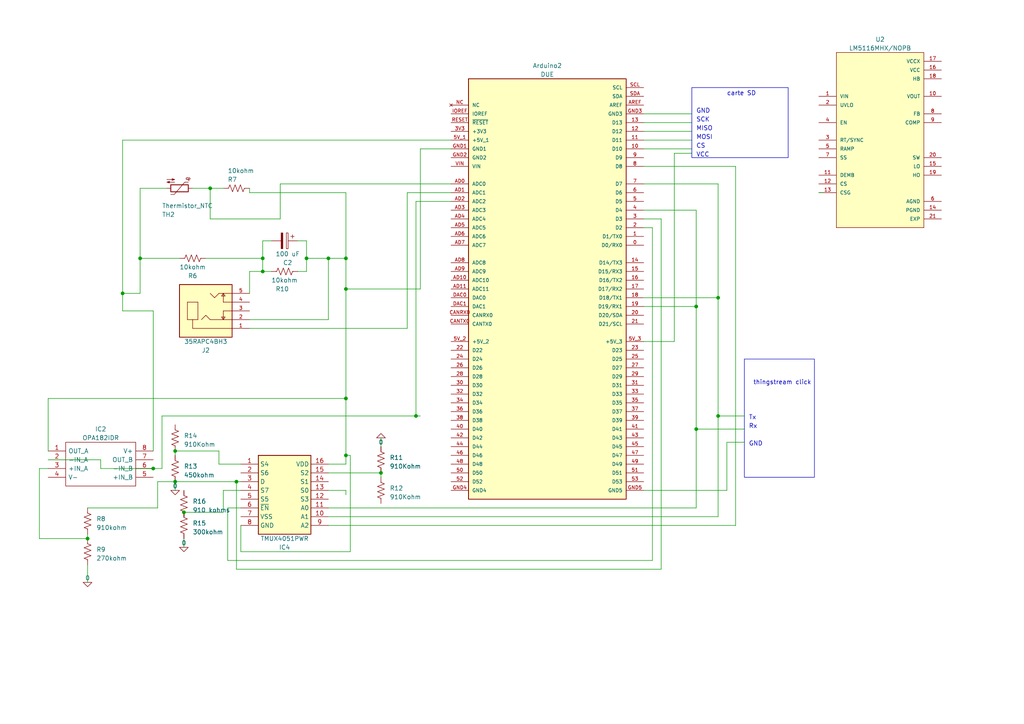
<source format=kicad_sch>
(kicad_sch (version 20230121) (generator eeschema)

  (uuid 0597679d-89aa-4b0e-88b9-350ae51eb96f)

  (paper "A4")

  (lib_symbols
    (symbol "35RAPC4BH3:35RAPC4BH3" (pin_names (offset 1.016) hide) (in_bom yes) (on_board yes)
      (property "Reference" "J" (at -7.62 7.62 0)
        (effects (font (size 1.27 1.27)) (justify left bottom))
      )
      (property "Value" "35RAPC4BH3" (at -7.62 -10.16 0)
        (effects (font (size 1.27 1.27)) (justify left bottom))
      )
      (property "Footprint" "SWITCHCRAFT_35RAPC4BH3" (at 0 0 0)
        (effects (font (size 1.27 1.27)) (justify left bottom) hide)
      )
      (property "Datasheet" "" (at 0 0 0)
        (effects (font (size 1.27 1.27)) (justify left bottom) hide)
      )
      (property "Package" "None" (at 0 0 0)
        (effects (font (size 1.27 1.27)) (justify left bottom) hide)
      )
      (property "MF" "Switchcraft Conxall" (at 0 0 0)
        (effects (font (size 1.27 1.27)) (justify left bottom) hide)
      )
      (property "Price" "None" (at 0 0 0)
        (effects (font (size 1.27 1.27)) (justify left bottom) hide)
      )
      (property "Purchase-URL" "https://pricing.snapeda.com/search/part/35RAPC4BH3/?ref=eda" (at 0 0 0)
        (effects (font (size 1.27 1.27)) (justify left bottom) hide)
      )
      (property "MP" "35RAPC4BH3" (at 0 0 0)
        (effects (font (size 1.27 1.27)) (justify left bottom) hide)
      )
      (property "Description" "\\n3.5mm Threaded Right Angle Stereo Jack\\n" (at 0 0 0)
        (effects (font (size 1.27 1.27)) (justify left bottom) hide)
      )
      (property "Availability" "In Stock" (at 0 0 0)
        (effects (font (size 1.27 1.27)) (justify left bottom) hide)
      )
      (property "ki_locked" "" (at 0 0 0)
        (effects (font (size 1.27 1.27)))
      )
      (symbol "35RAPC4BH3_0_0"
        (rectangle (start -7.62 -7.62) (end 7.62 7.62)
          (stroke (width 0.254) (type solid))
          (fill (type background))
        )
        (polyline
          (pts
            (xy -5.334 -2.54)
            (xy -2.286 -2.54)
          )
          (stroke (width 0.1524) (type solid))
          (fill (type none))
        )
        (polyline
          (pts
            (xy -5.334 2.54)
            (xy -5.334 -2.54)
          )
          (stroke (width 0.1524) (type solid))
          (fill (type none))
        )
        (polyline
          (pts
            (xy -3.81 2.54)
            (xy -5.334 2.54)
          )
          (stroke (width 0.1524) (type solid))
          (fill (type none))
        )
        (polyline
          (pts
            (xy -3.81 5.08)
            (xy -3.81 2.54)
          )
          (stroke (width 0.1524) (type solid))
          (fill (type none))
        )
        (polyline
          (pts
            (xy -2.286 -2.54)
            (xy -2.286 2.54)
          )
          (stroke (width 0.1524) (type solid))
          (fill (type none))
        )
        (polyline
          (pts
            (xy -2.286 2.54)
            (xy -3.81 2.54)
          )
          (stroke (width 0.1524) (type solid))
          (fill (type none))
        )
        (polyline
          (pts
            (xy 0 1.27)
            (xy -1.27 2.54)
          )
          (stroke (width 0.1524) (type solid))
          (fill (type none))
        )
        (polyline
          (pts
            (xy 1.27 -5.08)
            (xy 2.54 -3.81)
          )
          (stroke (width 0.1524) (type solid))
          (fill (type none))
        )
        (polyline
          (pts
            (xy 1.27 2.54)
            (xy 0 1.27)
          )
          (stroke (width 0.1524) (type solid))
          (fill (type none))
        )
        (polyline
          (pts
            (xy 2.54 -3.81)
            (xy 3.81 -5.08)
          )
          (stroke (width 0.1524) (type solid))
          (fill (type none))
        )
        (polyline
          (pts
            (xy 3.81 -5.08)
            (xy 5.08 -5.08)
          )
          (stroke (width 0.1524) (type solid))
          (fill (type none))
        )
        (polyline
          (pts
            (xy 4.572 -4.318)
            (xy 5.08 -5.08)
          )
          (stroke (width 0.1524) (type solid))
          (fill (type none))
        )
        (polyline
          (pts
            (xy 4.572 1.778)
            (xy 5.08 1.778)
          )
          (stroke (width 0.1524) (type solid))
          (fill (type none))
        )
        (polyline
          (pts
            (xy 5.08 -5.08)
            (xy 5.08 -4.318)
          )
          (stroke (width 0.1524) (type solid))
          (fill (type none))
        )
        (polyline
          (pts
            (xy 5.08 -5.08)
            (xy 5.588 -4.318)
          )
          (stroke (width 0.1524) (type solid))
          (fill (type none))
        )
        (polyline
          (pts
            (xy 5.08 -5.08)
            (xy 7.62 -5.08)
          )
          (stroke (width 0.1524) (type solid))
          (fill (type none))
        )
        (polyline
          (pts
            (xy 5.08 -4.318)
            (xy 4.572 -4.318)
          )
          (stroke (width 0.1524) (type solid))
          (fill (type none))
        )
        (polyline
          (pts
            (xy 5.08 -4.318)
            (xy 5.08 -2.54)
          )
          (stroke (width 0.1524) (type solid))
          (fill (type none))
        )
        (polyline
          (pts
            (xy 5.08 -2.54)
            (xy 7.62 -2.54)
          )
          (stroke (width 0.1524) (type solid))
          (fill (type none))
        )
        (polyline
          (pts
            (xy 5.08 0)
            (xy 7.62 0)
          )
          (stroke (width 0.1524) (type solid))
          (fill (type none))
        )
        (polyline
          (pts
            (xy 5.08 1.778)
            (xy 5.08 0)
          )
          (stroke (width 0.1524) (type solid))
          (fill (type none))
        )
        (polyline
          (pts
            (xy 5.08 1.778)
            (xy 5.08 2.54)
          )
          (stroke (width 0.1524) (type solid))
          (fill (type none))
        )
        (polyline
          (pts
            (xy 5.08 1.778)
            (xy 5.588 1.778)
          )
          (stroke (width 0.1524) (type solid))
          (fill (type none))
        )
        (polyline
          (pts
            (xy 5.08 2.54)
            (xy 1.27 2.54)
          )
          (stroke (width 0.1524) (type solid))
          (fill (type none))
        )
        (polyline
          (pts
            (xy 5.08 2.54)
            (xy 4.572 1.778)
          )
          (stroke (width 0.1524) (type solid))
          (fill (type none))
        )
        (polyline
          (pts
            (xy 5.588 -4.318)
            (xy 5.08 -4.318)
          )
          (stroke (width 0.1524) (type solid))
          (fill (type none))
        )
        (polyline
          (pts
            (xy 5.588 1.778)
            (xy 5.08 2.54)
          )
          (stroke (width 0.1524) (type solid))
          (fill (type none))
        )
        (polyline
          (pts
            (xy 7.62 2.54)
            (xy 5.08 2.54)
          )
          (stroke (width 0.1524) (type solid))
          (fill (type none))
        )
        (polyline
          (pts
            (xy 7.62 5.08)
            (xy -3.81 5.08)
          )
          (stroke (width 0.1524) (type solid))
          (fill (type none))
        )
        (pin passive line (at 12.7 5.08 180) (length 5.08)
          (name "~" (effects (font (size 1.016 1.016))))
          (number "1" (effects (font (size 1.016 1.016))))
        )
        (pin passive line (at 12.7 2.54 180) (length 5.08)
          (name "~" (effects (font (size 1.016 1.016))))
          (number "2" (effects (font (size 1.016 1.016))))
        )
        (pin passive line (at 12.7 0 180) (length 5.08)
          (name "~" (effects (font (size 1.016 1.016))))
          (number "3" (effects (font (size 1.016 1.016))))
        )
        (pin passive line (at 12.7 -2.54 180) (length 5.08)
          (name "~" (effects (font (size 1.016 1.016))))
          (number "4" (effects (font (size 1.016 1.016))))
        )
        (pin passive line (at 12.7 -5.08 180) (length 5.08)
          (name "~" (effects (font (size 1.016 1.016))))
          (number "5" (effects (font (size 1.016 1.016))))
        )
      )
    )
    (symbol "A000062:A000062" (pin_names (offset 1.016)) (in_bom yes) (on_board yes)
      (property "Reference" "U" (at -22.86 61.722 0)
        (effects (font (size 1.27 1.27)) (justify left bottom))
      )
      (property "Value" "A000062" (at -22.86 -63.5 0)
        (effects (font (size 1.27 1.27)) (justify left bottom))
      )
      (property "Footprint" "MODULE_A000062" (at 0 0 0)
        (effects (font (size 1.27 1.27)) (justify left bottom) hide)
      )
      (property "Datasheet" "" (at 0 0 0)
        (effects (font (size 1.27 1.27)) (justify left bottom) hide)
      )
      (property "Description" "\\nArduino Due (+headers) | A000062 Arduino Corporation Embedded System Development Boards & Kits AT91SAM3X8E - Arrow.com\\n" (at 0 0 0)
        (effects (font (size 1.27 1.27)) (justify left bottom) hide)
      )
      (property "Availability" "In Stock" (at 0 0 0)
        (effects (font (size 1.27 1.27)) (justify left bottom) hide)
      )
      (property "Price" "None" (at 0 0 0)
        (effects (font (size 1.27 1.27)) (justify left bottom) hide)
      )
      (property "MF" "Arduino" (at 0 0 0)
        (effects (font (size 1.27 1.27)) (justify left bottom) hide)
      )
      (property "Package" "None" (at 0 0 0)
        (effects (font (size 1.27 1.27)) (justify left bottom) hide)
      )
      (property "MP" "A000062" (at 0 0 0)
        (effects (font (size 1.27 1.27)) (justify left bottom) hide)
      )
      (property "Purchase-URL" "https://pricing.snapeda.com/search/part/A000062/?ref=eda" (at 0 0 0)
        (effects (font (size 1.27 1.27)) (justify left bottom) hide)
      )
      (property "ki_locked" "" (at 0 0 0)
        (effects (font (size 1.27 1.27)))
      )
      (symbol "A000062_0_0"
        (rectangle (start -22.86 -60.96) (end 22.86 60.96)
          (stroke (width 0.254) (type solid))
          (fill (type background))
        )
        (pin bidirectional line (at 27.94 12.7 180) (length 5.08)
          (name "D0/RX0" (effects (font (size 1.016 1.016))))
          (number "0" (effects (font (size 1.016 1.016))))
        )
        (pin bidirectional line (at 27.94 15.24 180) (length 5.08)
          (name "D1/TX0" (effects (font (size 1.016 1.016))))
          (number "1" (effects (font (size 1.016 1.016))))
        )
        (pin bidirectional line (at 27.94 40.64 180) (length 5.08)
          (name "D10" (effects (font (size 1.016 1.016))))
          (number "10" (effects (font (size 1.016 1.016))))
        )
        (pin bidirectional line (at 27.94 43.18 180) (length 5.08)
          (name "D11" (effects (font (size 1.016 1.016))))
          (number "11" (effects (font (size 1.016 1.016))))
        )
        (pin bidirectional line (at 27.94 45.72 180) (length 5.08)
          (name "D12" (effects (font (size 1.016 1.016))))
          (number "12" (effects (font (size 1.016 1.016))))
        )
        (pin bidirectional line (at 27.94 48.26 180) (length 5.08)
          (name "D13" (effects (font (size 1.016 1.016))))
          (number "13" (effects (font (size 1.016 1.016))))
        )
        (pin bidirectional line (at 27.94 7.62 180) (length 5.08)
          (name "D14/TX3" (effects (font (size 1.016 1.016))))
          (number "14" (effects (font (size 1.016 1.016))))
        )
        (pin bidirectional line (at 27.94 5.08 180) (length 5.08)
          (name "D15/RX3" (effects (font (size 1.016 1.016))))
          (number "15" (effects (font (size 1.016 1.016))))
        )
        (pin bidirectional line (at 27.94 2.54 180) (length 5.08)
          (name "D16/TX2" (effects (font (size 1.016 1.016))))
          (number "16" (effects (font (size 1.016 1.016))))
        )
        (pin bidirectional line (at 27.94 0 180) (length 5.08)
          (name "D17/RX2" (effects (font (size 1.016 1.016))))
          (number "17" (effects (font (size 1.016 1.016))))
        )
        (pin bidirectional line (at 27.94 -2.54 180) (length 5.08)
          (name "D18/TX1" (effects (font (size 1.016 1.016))))
          (number "18" (effects (font (size 1.016 1.016))))
        )
        (pin bidirectional line (at 27.94 -5.08 180) (length 5.08)
          (name "D19/RX1" (effects (font (size 1.016 1.016))))
          (number "19" (effects (font (size 1.016 1.016))))
        )
        (pin bidirectional line (at 27.94 17.78 180) (length 5.08)
          (name "D2" (effects (font (size 1.016 1.016))))
          (number "2" (effects (font (size 1.016 1.016))))
        )
        (pin bidirectional line (at 27.94 -7.62 180) (length 5.08)
          (name "D20/SDA" (effects (font (size 1.016 1.016))))
          (number "20" (effects (font (size 1.016 1.016))))
        )
        (pin bidirectional line (at 27.94 -10.16 180) (length 5.08)
          (name "D21/SCL" (effects (font (size 1.016 1.016))))
          (number "21" (effects (font (size 1.016 1.016))))
        )
        (pin bidirectional line (at -27.94 -17.78 0) (length 5.08)
          (name "D22" (effects (font (size 1.016 1.016))))
          (number "22" (effects (font (size 1.016 1.016))))
        )
        (pin bidirectional line (at 27.94 -17.78 180) (length 5.08)
          (name "D23" (effects (font (size 1.016 1.016))))
          (number "23" (effects (font (size 1.016 1.016))))
        )
        (pin bidirectional line (at -27.94 -20.32 0) (length 5.08)
          (name "D24" (effects (font (size 1.016 1.016))))
          (number "24" (effects (font (size 1.016 1.016))))
        )
        (pin bidirectional line (at 27.94 -20.32 180) (length 5.08)
          (name "D25" (effects (font (size 1.016 1.016))))
          (number "25" (effects (font (size 1.016 1.016))))
        )
        (pin bidirectional line (at -27.94 -22.86 0) (length 5.08)
          (name "D26" (effects (font (size 1.016 1.016))))
          (number "26" (effects (font (size 1.016 1.016))))
        )
        (pin bidirectional line (at 27.94 -22.86 180) (length 5.08)
          (name "D27" (effects (font (size 1.016 1.016))))
          (number "27" (effects (font (size 1.016 1.016))))
        )
        (pin bidirectional line (at -27.94 -25.4 0) (length 5.08)
          (name "D28" (effects (font (size 1.016 1.016))))
          (number "28" (effects (font (size 1.016 1.016))))
        )
        (pin bidirectional line (at 27.94 -25.4 180) (length 5.08)
          (name "D29" (effects (font (size 1.016 1.016))))
          (number "29" (effects (font (size 1.016 1.016))))
        )
        (pin bidirectional line (at 27.94 20.32 180) (length 5.08)
          (name "D3" (effects (font (size 1.016 1.016))))
          (number "3" (effects (font (size 1.016 1.016))))
        )
        (pin bidirectional line (at -27.94 -27.94 0) (length 5.08)
          (name "D30" (effects (font (size 1.016 1.016))))
          (number "30" (effects (font (size 1.016 1.016))))
        )
        (pin bidirectional line (at 27.94 -27.94 180) (length 5.08)
          (name "D31" (effects (font (size 1.016 1.016))))
          (number "31" (effects (font (size 1.016 1.016))))
        )
        (pin bidirectional line (at -27.94 -30.48 0) (length 5.08)
          (name "D32" (effects (font (size 1.016 1.016))))
          (number "32" (effects (font (size 1.016 1.016))))
        )
        (pin bidirectional line (at 27.94 -30.48 180) (length 5.08)
          (name "D33" (effects (font (size 1.016 1.016))))
          (number "33" (effects (font (size 1.016 1.016))))
        )
        (pin bidirectional line (at -27.94 -33.02 0) (length 5.08)
          (name "D34" (effects (font (size 1.016 1.016))))
          (number "34" (effects (font (size 1.016 1.016))))
        )
        (pin bidirectional line (at 27.94 -33.02 180) (length 5.08)
          (name "D35" (effects (font (size 1.016 1.016))))
          (number "35" (effects (font (size 1.016 1.016))))
        )
        (pin bidirectional line (at -27.94 -35.56 0) (length 5.08)
          (name "D36" (effects (font (size 1.016 1.016))))
          (number "36" (effects (font (size 1.016 1.016))))
        )
        (pin bidirectional line (at 27.94 -35.56 180) (length 5.08)
          (name "D37" (effects (font (size 1.016 1.016))))
          (number "37" (effects (font (size 1.016 1.016))))
        )
        (pin bidirectional line (at -27.94 -38.1 0) (length 5.08)
          (name "D38" (effects (font (size 1.016 1.016))))
          (number "38" (effects (font (size 1.016 1.016))))
        )
        (pin bidirectional line (at 27.94 -38.1 180) (length 5.08)
          (name "D39" (effects (font (size 1.016 1.016))))
          (number "39" (effects (font (size 1.016 1.016))))
        )
        (pin power_in line (at -27.94 45.72 0) (length 5.08)
          (name "+3V3" (effects (font (size 1.016 1.016))))
          (number "3V3" (effects (font (size 1.016 1.016))))
        )
        (pin bidirectional line (at 27.94 22.86 180) (length 5.08)
          (name "D4" (effects (font (size 1.016 1.016))))
          (number "4" (effects (font (size 1.016 1.016))))
        )
        (pin bidirectional line (at -27.94 -40.64 0) (length 5.08)
          (name "D40" (effects (font (size 1.016 1.016))))
          (number "40" (effects (font (size 1.016 1.016))))
        )
        (pin bidirectional line (at 27.94 -40.64 180) (length 5.08)
          (name "D41" (effects (font (size 1.016 1.016))))
          (number "41" (effects (font (size 1.016 1.016))))
        )
        (pin bidirectional line (at -27.94 -43.18 0) (length 5.08)
          (name "D42" (effects (font (size 1.016 1.016))))
          (number "42" (effects (font (size 1.016 1.016))))
        )
        (pin bidirectional line (at 27.94 -43.18 180) (length 5.08)
          (name "D43" (effects (font (size 1.016 1.016))))
          (number "43" (effects (font (size 1.016 1.016))))
        )
        (pin bidirectional line (at -27.94 -45.72 0) (length 5.08)
          (name "D44" (effects (font (size 1.016 1.016))))
          (number "44" (effects (font (size 1.016 1.016))))
        )
        (pin bidirectional line (at 27.94 -45.72 180) (length 5.08)
          (name "D45" (effects (font (size 1.016 1.016))))
          (number "45" (effects (font (size 1.016 1.016))))
        )
        (pin bidirectional line (at -27.94 -48.26 0) (length 5.08)
          (name "D46" (effects (font (size 1.016 1.016))))
          (number "46" (effects (font (size 1.016 1.016))))
        )
        (pin bidirectional line (at 27.94 -48.26 180) (length 5.08)
          (name "D47" (effects (font (size 1.016 1.016))))
          (number "47" (effects (font (size 1.016 1.016))))
        )
        (pin bidirectional line (at -27.94 -50.8 0) (length 5.08)
          (name "D48" (effects (font (size 1.016 1.016))))
          (number "48" (effects (font (size 1.016 1.016))))
        )
        (pin bidirectional line (at 27.94 -50.8 180) (length 5.08)
          (name "D49" (effects (font (size 1.016 1.016))))
          (number "49" (effects (font (size 1.016 1.016))))
        )
        (pin bidirectional line (at 27.94 25.4 180) (length 5.08)
          (name "D5" (effects (font (size 1.016 1.016))))
          (number "5" (effects (font (size 1.016 1.016))))
        )
        (pin bidirectional line (at -27.94 -53.34 0) (length 5.08)
          (name "D50" (effects (font (size 1.016 1.016))))
          (number "50" (effects (font (size 1.016 1.016))))
        )
        (pin bidirectional line (at 27.94 -53.34 180) (length 5.08)
          (name "D51" (effects (font (size 1.016 1.016))))
          (number "51" (effects (font (size 1.016 1.016))))
        )
        (pin bidirectional line (at -27.94 -55.88 0) (length 5.08)
          (name "D52" (effects (font (size 1.016 1.016))))
          (number "52" (effects (font (size 1.016 1.016))))
        )
        (pin bidirectional line (at 27.94 -55.88 180) (length 5.08)
          (name "D53" (effects (font (size 1.016 1.016))))
          (number "53" (effects (font (size 1.016 1.016))))
        )
        (pin power_in line (at -27.94 43.18 0) (length 5.08)
          (name "+5V_1" (effects (font (size 1.016 1.016))))
          (number "5V_1" (effects (font (size 1.016 1.016))))
        )
        (pin power_in line (at -27.94 -15.24 0) (length 5.08)
          (name "+5V_2" (effects (font (size 1.016 1.016))))
          (number "5V_2" (effects (font (size 1.016 1.016))))
        )
        (pin power_in line (at 27.94 -15.24 180) (length 5.08)
          (name "+5V_3" (effects (font (size 1.016 1.016))))
          (number "5V_3" (effects (font (size 1.016 1.016))))
        )
        (pin bidirectional line (at 27.94 27.94 180) (length 5.08)
          (name "D6" (effects (font (size 1.016 1.016))))
          (number "6" (effects (font (size 1.016 1.016))))
        )
        (pin bidirectional line (at 27.94 30.48 180) (length 5.08)
          (name "D7" (effects (font (size 1.016 1.016))))
          (number "7" (effects (font (size 1.016 1.016))))
        )
        (pin bidirectional line (at 27.94 35.56 180) (length 5.08)
          (name "D8" (effects (font (size 1.016 1.016))))
          (number "8" (effects (font (size 1.016 1.016))))
        )
        (pin bidirectional line (at 27.94 38.1 180) (length 5.08)
          (name "D9" (effects (font (size 1.016 1.016))))
          (number "9" (effects (font (size 1.016 1.016))))
        )
        (pin bidirectional line (at -27.94 30.48 0) (length 5.08)
          (name "ADC0" (effects (font (size 1.016 1.016))))
          (number "AD0" (effects (font (size 1.016 1.016))))
        )
        (pin bidirectional line (at -27.94 27.94 0) (length 5.08)
          (name "ADC1" (effects (font (size 1.016 1.016))))
          (number "AD1" (effects (font (size 1.016 1.016))))
        )
        (pin bidirectional line (at -27.94 2.54 0) (length 5.08)
          (name "ADC10" (effects (font (size 1.016 1.016))))
          (number "AD10" (effects (font (size 1.016 1.016))))
        )
        (pin bidirectional line (at -27.94 0 0) (length 5.08)
          (name "ADC11" (effects (font (size 1.016 1.016))))
          (number "AD11" (effects (font (size 1.016 1.016))))
        )
        (pin bidirectional line (at -27.94 25.4 0) (length 5.08)
          (name "ADC2" (effects (font (size 1.016 1.016))))
          (number "AD2" (effects (font (size 1.016 1.016))))
        )
        (pin bidirectional line (at -27.94 22.86 0) (length 5.08)
          (name "ADC3" (effects (font (size 1.016 1.016))))
          (number "AD3" (effects (font (size 1.016 1.016))))
        )
        (pin bidirectional line (at -27.94 20.32 0) (length 5.08)
          (name "ADC4" (effects (font (size 1.016 1.016))))
          (number "AD4" (effects (font (size 1.016 1.016))))
        )
        (pin bidirectional line (at -27.94 17.78 0) (length 5.08)
          (name "ADC5" (effects (font (size 1.016 1.016))))
          (number "AD5" (effects (font (size 1.016 1.016))))
        )
        (pin bidirectional line (at -27.94 15.24 0) (length 5.08)
          (name "ADC6" (effects (font (size 1.016 1.016))))
          (number "AD6" (effects (font (size 1.016 1.016))))
        )
        (pin bidirectional line (at -27.94 12.7 0) (length 5.08)
          (name "ADC7" (effects (font (size 1.016 1.016))))
          (number "AD7" (effects (font (size 1.016 1.016))))
        )
        (pin bidirectional line (at -27.94 7.62 0) (length 5.08)
          (name "ADC8" (effects (font (size 1.016 1.016))))
          (number "AD8" (effects (font (size 1.016 1.016))))
        )
        (pin bidirectional line (at -27.94 5.08 0) (length 5.08)
          (name "ADC9" (effects (font (size 1.016 1.016))))
          (number "AD9" (effects (font (size 1.016 1.016))))
        )
        (pin input line (at 27.94 53.34 180) (length 5.08)
          (name "AREF" (effects (font (size 1.016 1.016))))
          (number "AREF" (effects (font (size 1.016 1.016))))
        )
        (pin bidirectional line (at -27.94 -7.62 0) (length 5.08)
          (name "CANRX0" (effects (font (size 1.016 1.016))))
          (number "CANRX0" (effects (font (size 1.016 1.016))))
        )
        (pin bidirectional line (at -27.94 -10.16 0) (length 5.08)
          (name "CANTX0" (effects (font (size 1.016 1.016))))
          (number "CANTX0" (effects (font (size 1.016 1.016))))
        )
        (pin bidirectional line (at -27.94 -2.54 0) (length 5.08)
          (name "DAC0" (effects (font (size 1.016 1.016))))
          (number "DAC0" (effects (font (size 1.016 1.016))))
        )
        (pin bidirectional line (at -27.94 -5.08 0) (length 5.08)
          (name "DAC1" (effects (font (size 1.016 1.016))))
          (number "DAC1" (effects (font (size 1.016 1.016))))
        )
        (pin power_in line (at -27.94 40.64 0) (length 5.08)
          (name "GND1" (effects (font (size 1.016 1.016))))
          (number "GND1" (effects (font (size 1.016 1.016))))
        )
        (pin power_in line (at -27.94 38.1 0) (length 5.08)
          (name "GND2" (effects (font (size 1.016 1.016))))
          (number "GND2" (effects (font (size 1.016 1.016))))
        )
        (pin power_in line (at 27.94 50.8 180) (length 5.08)
          (name "GND3" (effects (font (size 1.016 1.016))))
          (number "GND3" (effects (font (size 1.016 1.016))))
        )
        (pin power_in line (at -27.94 -58.42 0) (length 5.08)
          (name "GND4" (effects (font (size 1.016 1.016))))
          (number "GND4" (effects (font (size 1.016 1.016))))
        )
        (pin power_in line (at 27.94 -58.42 180) (length 5.08)
          (name "GND5" (effects (font (size 1.016 1.016))))
          (number "GND5" (effects (font (size 1.016 1.016))))
        )
        (pin bidirectional line (at -27.94 50.8 0) (length 5.08)
          (name "IOREF" (effects (font (size 1.016 1.016))))
          (number "IOREF" (effects (font (size 1.016 1.016))))
        )
        (pin no_connect line (at -27.94 53.34 0) (length 5.08)
          (name "NC" (effects (font (size 1.016 1.016))))
          (number "NC" (effects (font (size 1.016 1.016))))
        )
        (pin input line (at -27.94 48.26 0) (length 5.08)
          (name "~{RESET}" (effects (font (size 1.016 1.016))))
          (number "RESET" (effects (font (size 1.016 1.016))))
        )
        (pin bidirectional line (at 27.94 58.42 180) (length 5.08)
          (name "SCL" (effects (font (size 1.016 1.016))))
          (number "SCL" (effects (font (size 1.016 1.016))))
        )
        (pin bidirectional line (at 27.94 55.88 180) (length 5.08)
          (name "SDA" (effects (font (size 1.016 1.016))))
          (number "SDA" (effects (font (size 1.016 1.016))))
        )
        (pin input line (at -27.94 35.56 0) (length 5.08)
          (name "VIN" (effects (font (size 1.016 1.016))))
          (number "VIN" (effects (font (size 1.016 1.016))))
        )
      )
    )
    (symbol "Device:C_Polarized" (pin_numbers hide) (pin_names (offset 0.254)) (in_bom yes) (on_board yes)
      (property "Reference" "C" (at 0.635 2.54 0)
        (effects (font (size 1.27 1.27)) (justify left))
      )
      (property "Value" "C_Polarized" (at 0.635 -2.54 0)
        (effects (font (size 1.27 1.27)) (justify left))
      )
      (property "Footprint" "" (at 0.9652 -3.81 0)
        (effects (font (size 1.27 1.27)) hide)
      )
      (property "Datasheet" "~" (at 0 0 0)
        (effects (font (size 1.27 1.27)) hide)
      )
      (property "ki_keywords" "cap capacitor" (at 0 0 0)
        (effects (font (size 1.27 1.27)) hide)
      )
      (property "ki_description" "Polarized capacitor" (at 0 0 0)
        (effects (font (size 1.27 1.27)) hide)
      )
      (property "ki_fp_filters" "CP_*" (at 0 0 0)
        (effects (font (size 1.27 1.27)) hide)
      )
      (symbol "C_Polarized_0_1"
        (rectangle (start -2.286 0.508) (end 2.286 1.016)
          (stroke (width 0) (type default))
          (fill (type none))
        )
        (polyline
          (pts
            (xy -1.778 2.286)
            (xy -0.762 2.286)
          )
          (stroke (width 0) (type default))
          (fill (type none))
        )
        (polyline
          (pts
            (xy -1.27 2.794)
            (xy -1.27 1.778)
          )
          (stroke (width 0) (type default))
          (fill (type none))
        )
        (rectangle (start 2.286 -0.508) (end -2.286 -1.016)
          (stroke (width 0) (type default))
          (fill (type outline))
        )
      )
      (symbol "C_Polarized_1_1"
        (pin passive line (at 0 3.81 270) (length 2.794)
          (name "~" (effects (font (size 1.27 1.27))))
          (number "1" (effects (font (size 1.27 1.27))))
        )
        (pin passive line (at 0 -3.81 90) (length 2.794)
          (name "~" (effects (font (size 1.27 1.27))))
          (number "2" (effects (font (size 1.27 1.27))))
        )
      )
    )
    (symbol "Device:R_US" (pin_numbers hide) (pin_names (offset 0)) (in_bom yes) (on_board yes)
      (property "Reference" "R" (at 2.54 0 90)
        (effects (font (size 1.27 1.27)))
      )
      (property "Value" "R_US" (at -2.54 0 90)
        (effects (font (size 1.27 1.27)))
      )
      (property "Footprint" "" (at 1.016 -0.254 90)
        (effects (font (size 1.27 1.27)) hide)
      )
      (property "Datasheet" "~" (at 2.54 -1.27 0)
        (effects (font (size 1.27 1.27)) hide)
      )
      (property "ki_keywords" "R res resistor" (at 0 0 0)
        (effects (font (size 1.27 1.27)) hide)
      )
      (property "ki_description" "Resistor, US symbol" (at 0 0 0)
        (effects (font (size 1.27 1.27)) hide)
      )
      (property "ki_fp_filters" "R_*" (at 0 0 0)
        (effects (font (size 1.27 1.27)) hide)
      )
      (symbol "R_US_0_1"
        (polyline
          (pts
            (xy 0 -2.286)
            (xy 0 -2.54)
          )
          (stroke (width 0) (type default))
          (fill (type none))
        )
        (polyline
          (pts
            (xy 0 2.286)
            (xy 0 2.54)
          )
          (stroke (width 0) (type default))
          (fill (type none))
        )
        (polyline
          (pts
            (xy 0 -0.762)
            (xy 1.016 -1.143)
            (xy 0 -1.524)
            (xy -1.016 -1.905)
            (xy 0 -2.286)
          )
          (stroke (width 0) (type default))
          (fill (type none))
        )
        (polyline
          (pts
            (xy 0 0.762)
            (xy 1.016 0.381)
            (xy 0 0)
            (xy -1.016 -0.381)
            (xy 0 -0.762)
          )
          (stroke (width 0) (type default))
          (fill (type none))
        )
        (polyline
          (pts
            (xy 0 2.286)
            (xy 1.016 1.905)
            (xy 0 1.524)
            (xy -1.016 1.143)
            (xy 0 0.762)
          )
          (stroke (width 0) (type default))
          (fill (type none))
        )
      )
      (symbol "R_US_1_1"
        (pin passive line (at 0 3.81 270) (length 1.27)
          (name "~" (effects (font (size 1.27 1.27))))
          (number "1" (effects (font (size 1.27 1.27))))
        )
        (pin passive line (at 0 -3.81 90) (length 1.27)
          (name "~" (effects (font (size 1.27 1.27))))
          (number "2" (effects (font (size 1.27 1.27))))
        )
      )
    )
    (symbol "Device:Thermistor_NTC" (pin_numbers hide) (pin_names (offset 0)) (in_bom yes) (on_board yes)
      (property "Reference" "TH" (at -4.445 0 90)
        (effects (font (size 1.27 1.27)))
      )
      (property "Value" "Thermistor_NTC" (at 3.175 0 90)
        (effects (font (size 1.27 1.27)))
      )
      (property "Footprint" "" (at 0 1.27 0)
        (effects (font (size 1.27 1.27)) hide)
      )
      (property "Datasheet" "~" (at 0 1.27 0)
        (effects (font (size 1.27 1.27)) hide)
      )
      (property "ki_keywords" "thermistor NTC resistor sensor RTD" (at 0 0 0)
        (effects (font (size 1.27 1.27)) hide)
      )
      (property "ki_description" "Temperature dependent resistor, negative temperature coefficient" (at 0 0 0)
        (effects (font (size 1.27 1.27)) hide)
      )
      (property "ki_fp_filters" "*NTC* *Thermistor* PIN?ARRAY* bornier* *Terminal?Block* R_*" (at 0 0 0)
        (effects (font (size 1.27 1.27)) hide)
      )
      (symbol "Thermistor_NTC_0_1"
        (arc (start -3.048 2.159) (mid -3.0495 2.3143) (end -3.175 2.413)
          (stroke (width 0) (type default))
          (fill (type none))
        )
        (arc (start -3.048 2.159) (mid -2.9736 1.9794) (end -2.794 1.905)
          (stroke (width 0) (type default))
          (fill (type none))
        )
        (arc (start -3.048 2.794) (mid -2.9736 2.6144) (end -2.794 2.54)
          (stroke (width 0) (type default))
          (fill (type none))
        )
        (arc (start -2.794 1.905) (mid -2.6144 1.9794) (end -2.54 2.159)
          (stroke (width 0) (type default))
          (fill (type none))
        )
        (arc (start -2.794 2.54) (mid -2.4393 2.5587) (end -2.159 2.794)
          (stroke (width 0) (type default))
          (fill (type none))
        )
        (arc (start -2.794 3.048) (mid -2.9736 2.9736) (end -3.048 2.794)
          (stroke (width 0) (type default))
          (fill (type none))
        )
        (arc (start -2.54 2.794) (mid -2.6144 2.9736) (end -2.794 3.048)
          (stroke (width 0) (type default))
          (fill (type none))
        )
        (rectangle (start -1.016 2.54) (end 1.016 -2.54)
          (stroke (width 0.254) (type default))
          (fill (type none))
        )
        (polyline
          (pts
            (xy -2.54 2.159)
            (xy -2.54 2.794)
          )
          (stroke (width 0) (type default))
          (fill (type none))
        )
        (polyline
          (pts
            (xy -1.778 2.54)
            (xy -1.778 1.524)
            (xy 1.778 -1.524)
            (xy 1.778 -2.54)
          )
          (stroke (width 0) (type default))
          (fill (type none))
        )
        (polyline
          (pts
            (xy -2.54 -3.683)
            (xy -2.54 -1.397)
            (xy -2.794 -2.159)
            (xy -2.286 -2.159)
            (xy -2.54 -1.397)
            (xy -2.54 -1.651)
          )
          (stroke (width 0) (type default))
          (fill (type outline))
        )
        (polyline
          (pts
            (xy -1.778 -1.397)
            (xy -1.778 -3.683)
            (xy -2.032 -2.921)
            (xy -1.524 -2.921)
            (xy -1.778 -3.683)
            (xy -1.778 -3.429)
          )
          (stroke (width 0) (type default))
          (fill (type outline))
        )
      )
      (symbol "Thermistor_NTC_1_1"
        (pin passive line (at 0 3.81 270) (length 1.27)
          (name "~" (effects (font (size 1.27 1.27))))
          (number "1" (effects (font (size 1.27 1.27))))
        )
        (pin passive line (at 0 -3.81 90) (length 1.27)
          (name "~" (effects (font (size 1.27 1.27))))
          (number "2" (effects (font (size 1.27 1.27))))
        )
      )
    )
    (symbol "LM5116MHX_NOPB:LM5116MHX/NOPB" (pin_names (offset 1.016)) (in_bom yes) (on_board yes)
      (property "Reference" "U" (at -12.7 26.67 0)
        (effects (font (size 1.27 1.27)) (justify left bottom))
      )
      (property "Value" "LM5116MHX/NOPB" (at -12.7 -27.94 0)
        (effects (font (size 1.27 1.27)) (justify left bottom))
      )
      (property "Footprint" "SOP65P640X110-21N" (at 0 0 0)
        (effects (font (size 1.27 1.27)) (justify left bottom) hide)
      )
      (property "Datasheet" "" (at 0 0 0)
        (effects (font (size 1.27 1.27)) (justify left bottom) hide)
      )
      (property "MP" "LM5116MHX/NOPB" (at 0 0 0)
        (effects (font (size 1.27 1.27)) (justify left bottom) hide)
      )
      (property "Description" "\\n6-100V Wide Vin, Current Mode Synchronous Buck Controller\\n" (at 0 0 0)
        (effects (font (size 1.27 1.27)) (justify left bottom) hide)
      )
      (property "Price" "None" (at 0 0 0)
        (effects (font (size 1.27 1.27)) (justify left bottom) hide)
      )
      (property "MF" "Texas Instruments" (at 0 0 0)
        (effects (font (size 1.27 1.27)) (justify left bottom) hide)
      )
      (property "Availability" "In Stock" (at 0 0 0)
        (effects (font (size 1.27 1.27)) (justify left bottom) hide)
      )
      (property "Purchase-URL" "https://pricing.snapeda.com/search/part/LM5116MHX/NOPB/?ref=eda" (at 0 0 0)
        (effects (font (size 1.27 1.27)) (justify left bottom) hide)
      )
      (property "Package" "HTSSOP-20 Texas Instruments" (at 0 0 0)
        (effects (font (size 1.27 1.27)) (justify left bottom) hide)
      )
      (property "ki_locked" "" (at 0 0 0)
        (effects (font (size 1.27 1.27)))
      )
      (symbol "LM5116MHX/NOPB_0_0"
        (rectangle (start -12.7 -25.4) (end 12.7 25.4)
          (stroke (width 0.1524) (type solid))
          (fill (type background))
        )
        (pin input line (at -17.78 12.7 0) (length 5.08)
          (name "VIN" (effects (font (size 1.016 1.016))))
          (number "1" (effects (font (size 1.016 1.016))))
        )
        (pin output line (at 17.78 12.7 180) (length 5.08)
          (name "VOUT" (effects (font (size 1.016 1.016))))
          (number "10" (effects (font (size 1.016 1.016))))
        )
        (pin input line (at -17.78 -10.16 0) (length 5.08)
          (name "DEMB" (effects (font (size 1.016 1.016))))
          (number "11" (effects (font (size 1.016 1.016))))
        )
        (pin input line (at -17.78 -12.7 0) (length 5.08)
          (name "CS" (effects (font (size 1.016 1.016))))
          (number "12" (effects (font (size 1.016 1.016))))
        )
        (pin input line (at -17.78 -15.24 0) (length 5.08)
          (name "CSG" (effects (font (size 1.016 1.016))))
          (number "13" (effects (font (size 1.016 1.016))))
        )
        (pin power_in line (at 17.78 -20.32 180) (length 5.08)
          (name "PGND" (effects (font (size 1.016 1.016))))
          (number "14" (effects (font (size 1.016 1.016))))
        )
        (pin output line (at 17.78 -7.62 180) (length 5.08)
          (name "LO" (effects (font (size 1.016 1.016))))
          (number "15" (effects (font (size 1.016 1.016))))
        )
        (pin power_in line (at 17.78 20.32 180) (length 5.08)
          (name "VCC" (effects (font (size 1.016 1.016))))
          (number "16" (effects (font (size 1.016 1.016))))
        )
        (pin power_in line (at 17.78 22.86 180) (length 5.08)
          (name "VCCX" (effects (font (size 1.016 1.016))))
          (number "17" (effects (font (size 1.016 1.016))))
        )
        (pin power_in line (at 17.78 17.78 180) (length 5.08)
          (name "HB" (effects (font (size 1.016 1.016))))
          (number "18" (effects (font (size 1.016 1.016))))
        )
        (pin output line (at 17.78 -10.16 180) (length 5.08)
          (name "HO" (effects (font (size 1.016 1.016))))
          (number "19" (effects (font (size 1.016 1.016))))
        )
        (pin input line (at -17.78 10.16 0) (length 5.08)
          (name "UVLO" (effects (font (size 1.016 1.016))))
          (number "2" (effects (font (size 1.016 1.016))))
        )
        (pin output line (at 17.78 -5.08 180) (length 5.08)
          (name "SW" (effects (font (size 1.016 1.016))))
          (number "20" (effects (font (size 1.016 1.016))))
        )
        (pin power_in line (at 17.78 -22.86 180) (length 5.08)
          (name "EXP" (effects (font (size 1.016 1.016))))
          (number "21" (effects (font (size 1.016 1.016))))
        )
        (pin input line (at -17.78 0 0) (length 5.08)
          (name "RT/SYNC" (effects (font (size 1.016 1.016))))
          (number "3" (effects (font (size 1.016 1.016))))
        )
        (pin input line (at -17.78 5.08 0) (length 5.08)
          (name "EN" (effects (font (size 1.016 1.016))))
          (number "4" (effects (font (size 1.016 1.016))))
        )
        (pin input line (at -17.78 -2.54 0) (length 5.08)
          (name "RAMP" (effects (font (size 1.016 1.016))))
          (number "5" (effects (font (size 1.016 1.016))))
        )
        (pin power_in line (at 17.78 -17.78 180) (length 5.08)
          (name "AGND" (effects (font (size 1.016 1.016))))
          (number "6" (effects (font (size 1.016 1.016))))
        )
        (pin input line (at -17.78 -5.08 0) (length 5.08)
          (name "SS" (effects (font (size 1.016 1.016))))
          (number "7" (effects (font (size 1.016 1.016))))
        )
        (pin input line (at 17.78 7.62 180) (length 5.08)
          (name "FB" (effects (font (size 1.016 1.016))))
          (number "8" (effects (font (size 1.016 1.016))))
        )
        (pin output line (at 17.78 5.08 180) (length 5.08)
          (name "COMP" (effects (font (size 1.016 1.016))))
          (number "9" (effects (font (size 1.016 1.016))))
        )
      )
    )
    (symbol "OPA182IDR:OPA182IDR" (pin_names (offset 0.762)) (in_bom yes) (on_board yes)
      (property "Reference" "IC" (at 26.67 7.62 0)
        (effects (font (size 1.27 1.27)) (justify left))
      )
      (property "Value" "OPA182IDR" (at 26.67 5.08 0)
        (effects (font (size 1.27 1.27)) (justify left))
      )
      (property "Footprint" "SOIC127P600X175-8N" (at 26.67 2.54 0)
        (effects (font (size 1.27 1.27)) (justify left) hide)
      )
      (property "Datasheet" "https://www.mouser.tw/ProductDetail/595-OPA182IDR" (at 26.67 0 0)
        (effects (font (size 1.27 1.27)) (justify left) hide)
      )
      (property "Description" "Precision Amplifiers" (at 26.67 -2.54 0)
        (effects (font (size 1.27 1.27)) (justify left) hide)
      )
      (property "Height" "1.75" (at 26.67 -5.08 0)
        (effects (font (size 1.27 1.27)) (justify left) hide)
      )
      (property "Mouser Part Number" "595-OPA182IDR" (at 26.67 -7.62 0)
        (effects (font (size 1.27 1.27)) (justify left) hide)
      )
      (property "Mouser Price/Stock" "https://www.mouser.co.uk/ProductDetail/Texas-Instruments/OPA182IDR?qs=doiCPypUmgG9l%252BowAp%252BenA%3D%3D" (at 26.67 -10.16 0)
        (effects (font (size 1.27 1.27)) (justify left) hide)
      )
      (property "Manufacturer_Name" "Texas Instruments" (at 26.67 -12.7 0)
        (effects (font (size 1.27 1.27)) (justify left) hide)
      )
      (property "Manufacturer_Part_Number" "OPA182IDR" (at 26.67 -15.24 0)
        (effects (font (size 1.27 1.27)) (justify left) hide)
      )
      (property "ki_description" "Precision Amplifiers" (at 0 0 0)
        (effects (font (size 1.27 1.27)) hide)
      )
      (symbol "OPA182IDR_0_0"
        (pin passive line (at 0 0 0) (length 5.08)
          (name "OUT_A" (effects (font (size 1.27 1.27))))
          (number "1" (effects (font (size 1.27 1.27))))
        )
        (pin passive line (at 0 -2.54 0) (length 5.08)
          (name "-IN_A" (effects (font (size 1.27 1.27))))
          (number "2" (effects (font (size 1.27 1.27))))
        )
        (pin passive line (at 0 -5.08 0) (length 5.08)
          (name "+IN_A" (effects (font (size 1.27 1.27))))
          (number "3" (effects (font (size 1.27 1.27))))
        )
        (pin passive line (at 0 -7.62 0) (length 5.08)
          (name "V-" (effects (font (size 1.27 1.27))))
          (number "4" (effects (font (size 1.27 1.27))))
        )
        (pin passive line (at 30.48 -7.62 180) (length 5.08)
          (name "+IN_B" (effects (font (size 1.27 1.27))))
          (number "5" (effects (font (size 1.27 1.27))))
        )
        (pin passive line (at 30.48 -5.08 180) (length 5.08)
          (name "-IN_B" (effects (font (size 1.27 1.27))))
          (number "6" (effects (font (size 1.27 1.27))))
        )
        (pin passive line (at 30.48 -2.54 180) (length 5.08)
          (name "OUT_B" (effects (font (size 1.27 1.27))))
          (number "7" (effects (font (size 1.27 1.27))))
        )
        (pin passive line (at 30.48 0 180) (length 5.08)
          (name "V+" (effects (font (size 1.27 1.27))))
          (number "8" (effects (font (size 1.27 1.27))))
        )
      )
      (symbol "OPA182IDR_0_1"
        (polyline
          (pts
            (xy 5.08 2.54)
            (xy 25.4 2.54)
            (xy 25.4 -10.16)
            (xy 5.08 -10.16)
            (xy 5.08 2.54)
          )
          (stroke (width 0.1524) (type solid))
          (fill (type none))
        )
      )
    )
    (symbol "R_US_1" (pin_numbers hide) (pin_names (offset 0)) (in_bom yes) (on_board yes)
      (property "Reference" "R" (at 2.54 0 90)
        (effects (font (size 1.27 1.27)))
      )
      (property "Value" "R_US" (at -2.54 0 90)
        (effects (font (size 1.27 1.27)))
      )
      (property "Footprint" "" (at 1.016 -0.254 90)
        (effects (font (size 1.27 1.27)) hide)
      )
      (property "Datasheet" "~" (at 0 0 0)
        (effects (font (size 1.27 1.27)) hide)
      )
      (property "ki_keywords" "R res resistor" (at 0 0 0)
        (effects (font (size 1.27 1.27)) hide)
      )
      (property "ki_description" "Resistor, US symbol" (at 0 0 0)
        (effects (font (size 1.27 1.27)) hide)
      )
      (property "ki_fp_filters" "R_*" (at 0 0 0)
        (effects (font (size 1.27 1.27)) hide)
      )
      (symbol "R_US_1_0_1"
        (polyline
          (pts
            (xy 0 -2.286)
            (xy 0 -2.54)
          )
          (stroke (width 0) (type default))
          (fill (type none))
        )
        (polyline
          (pts
            (xy 0 2.286)
            (xy 0 2.54)
          )
          (stroke (width 0) (type default))
          (fill (type none))
        )
        (polyline
          (pts
            (xy 0 -0.762)
            (xy 1.016 -1.143)
            (xy 0 -1.524)
            (xy -1.016 -1.905)
            (xy 0 -2.286)
          )
          (stroke (width 0) (type default))
          (fill (type none))
        )
        (polyline
          (pts
            (xy 0 0.762)
            (xy 1.016 0.381)
            (xy 0 0)
            (xy -1.016 -0.381)
            (xy 0 -0.762)
          )
          (stroke (width 0) (type default))
          (fill (type none))
        )
        (polyline
          (pts
            (xy 0 2.286)
            (xy 1.016 1.905)
            (xy 0 1.524)
            (xy -1.016 1.143)
            (xy 0 0.762)
          )
          (stroke (width 0) (type default))
          (fill (type none))
        )
      )
      (symbol "R_US_1_1_1"
        (pin passive line (at 0 3.81 270) (length 1.27)
          (name "~" (effects (font (size 1.27 1.27))))
          (number "1" (effects (font (size 1.27 1.27))))
        )
        (pin passive line (at 0 -3.81 90) (length 1.27)
          (name "~" (effects (font (size 1.27 1.27))))
          (number "2" (effects (font (size 1.27 1.27))))
        )
      )
    )
    (symbol "R_US_2" (pin_numbers hide) (pin_names (offset 0) hide) (in_bom yes) (on_board yes)
      (property "Reference" "R" (at 2.54 0 90)
        (effects (font (size 1.27 1.27)))
      )
      (property "Value" "R_US" (at -2.54 0 90)
        (effects (font (size 1.27 1.27)))
      )
      (property "Footprint" "" (at 1.016 -0.254 90)
        (effects (font (size 1.27 1.27)) hide)
      )
      (property "Datasheet" "~" (at 0 0 0)
        (effects (font (size 1.27 1.27)) hide)
      )
      (property "ki_keywords" "R res resistor" (at 0 0 0)
        (effects (font (size 1.27 1.27)) hide)
      )
      (property "ki_description" "Resistor, US symbol" (at 0 0 0)
        (effects (font (size 1.27 1.27)) hide)
      )
      (property "ki_fp_filters" "R_*" (at 0 0 0)
        (effects (font (size 1.27 1.27)) hide)
      )
      (symbol "R_US_2_0_1"
        (polyline
          (pts
            (xy 0 -2.286)
            (xy 0 -2.54)
          )
          (stroke (width 0) (type default))
          (fill (type none))
        )
        (polyline
          (pts
            (xy 0 2.286)
            (xy 0 2.54)
          )
          (stroke (width 0) (type default))
          (fill (type none))
        )
        (polyline
          (pts
            (xy 0 -0.762)
            (xy 1.016 -1.143)
            (xy 0 -1.524)
            (xy -1.016 -1.905)
            (xy 0 -2.286)
          )
          (stroke (width 0) (type default))
          (fill (type none))
        )
        (polyline
          (pts
            (xy 0 0.762)
            (xy 1.016 0.381)
            (xy 0 0)
            (xy -1.016 -0.381)
            (xy 0 -0.762)
          )
          (stroke (width 0) (type default))
          (fill (type none))
        )
        (polyline
          (pts
            (xy 0 2.286)
            (xy 1.016 1.905)
            (xy 0 1.524)
            (xy -1.016 1.143)
            (xy 0 0.762)
          )
          (stroke (width 0) (type default))
          (fill (type none))
        )
      )
      (symbol "R_US_2_1_1"
        (pin passive line (at 0 3.81 270) (length 1.27)
          (name "~" (effects (font (size 1.27 1.27))))
          (number "1" (effects (font (size 1.27 1.27))))
        )
        (pin passive line (at 0 -3.81 90) (length 1.27)
          (name "~" (effects (font (size 1.27 1.27))))
          (number "2" (effects (font (size 1.27 1.27))))
        )
      )
    )
    (symbol "Simulation_SPICE:0" (power) (pin_names (offset 0)) (in_bom yes) (on_board yes)
      (property "Reference" "#GND" (at 0 -2.54 0)
        (effects (font (size 1.27 1.27)) hide)
      )
      (property "Value" "0" (at 0 -1.778 0)
        (effects (font (size 1.27 1.27)))
      )
      (property "Footprint" "" (at 0 0 0)
        (effects (font (size 1.27 1.27)) hide)
      )
      (property "Datasheet" "~" (at 0 0 0)
        (effects (font (size 1.27 1.27)) hide)
      )
      (property "ki_keywords" "simulation" (at 0 0 0)
        (effects (font (size 1.27 1.27)) hide)
      )
      (property "ki_description" "0V reference potential for simulation" (at 0 0 0)
        (effects (font (size 1.27 1.27)) hide)
      )
      (symbol "0_0_1"
        (polyline
          (pts
            (xy -1.27 0)
            (xy 0 -1.27)
            (xy 1.27 0)
            (xy -1.27 0)
          )
          (stroke (width 0) (type default))
          (fill (type none))
        )
      )
      (symbol "0_1_1"
        (pin power_in line (at 0 0 0) (length 0) hide
          (name "0" (effects (font (size 1.016 1.016))))
          (number "1" (effects (font (size 1.016 1.016))))
        )
      )
    )
    (symbol "TMUX4051PWR:TMUX4051PWR" (in_bom yes) (on_board yes)
      (property "Reference" "IC" (at 21.59 7.62 0)
        (effects (font (size 1.27 1.27)) (justify left top))
      )
      (property "Value" "TMUX4051PWR" (at 21.59 5.08 0)
        (effects (font (size 1.27 1.27)) (justify left top))
      )
      (property "Footprint" "SOP65P640X120-16N" (at 21.59 -94.92 0)
        (effects (font (size 1.27 1.27)) (justify left top) hide)
      )
      (property "Datasheet" "https://www.ti.com/lit/ds/symlink/tmux4051.pdf?ts=1669671651311&ref_url=https%253A%252F%252Fwww.ti.com%252Fproduct%252FTMUX4051" (at 21.59 -194.92 0)
        (effects (font (size 1.27 1.27)) (justify left top) hide)
      )
      (property "Height" "1.2" (at 21.59 -394.92 0)
        (effects (font (size 1.27 1.27)) (justify left top) hide)
      )
      (property "Mouser Part Number" "595-TMUX4051PWR" (at 21.59 -494.92 0)
        (effects (font (size 1.27 1.27)) (justify left top) hide)
      )
      (property "Mouser Price/Stock" "https://www.mouser.co.uk/ProductDetail/Texas-Instruments/TMUX4051PWR?qs=Y0Uzf4wQF3n3uNEgCUiuog%3D%3D" (at 21.59 -594.92 0)
        (effects (font (size 1.27 1.27)) (justify left top) hide)
      )
      (property "Manufacturer_Name" "Texas Instruments" (at 21.59 -694.92 0)
        (effects (font (size 1.27 1.27)) (justify left top) hide)
      )
      (property "Manufacturer_Part_Number" "TMUX4051PWR" (at 21.59 -794.92 0)
        (effects (font (size 1.27 1.27)) (justify left top) hide)
      )
      (property "ki_description" "Multiplexer Switch ICs +/-12-V, 8:1, one-channel multiplexer with 1.8-V compatible logic 16-TSSOP -55 to 125" (at 0 0 0)
        (effects (font (size 1.27 1.27)) hide)
      )
      (symbol "TMUX4051PWR_1_1"
        (rectangle (start 5.08 2.54) (end 20.32 -20.32)
          (stroke (width 0.254) (type default))
          (fill (type background))
        )
        (pin passive line (at 0 0 0) (length 5.08)
          (name "S4" (effects (font (size 1.27 1.27))))
          (number "1" (effects (font (size 1.27 1.27))))
        )
        (pin passive line (at 25.4 -15.24 180) (length 5.08)
          (name "A1" (effects (font (size 1.27 1.27))))
          (number "10" (effects (font (size 1.27 1.27))))
        )
        (pin passive line (at 25.4 -12.7 180) (length 5.08)
          (name "A0" (effects (font (size 1.27 1.27))))
          (number "11" (effects (font (size 1.27 1.27))))
        )
        (pin passive line (at 25.4 -10.16 180) (length 5.08)
          (name "S3" (effects (font (size 1.27 1.27))))
          (number "12" (effects (font (size 1.27 1.27))))
        )
        (pin passive line (at 25.4 -7.62 180) (length 5.08)
          (name "S0" (effects (font (size 1.27 1.27))))
          (number "13" (effects (font (size 1.27 1.27))))
        )
        (pin passive line (at 25.4 -5.08 180) (length 5.08)
          (name "S1" (effects (font (size 1.27 1.27))))
          (number "14" (effects (font (size 1.27 1.27))))
        )
        (pin passive line (at 25.4 -2.54 180) (length 5.08)
          (name "S2" (effects (font (size 1.27 1.27))))
          (number "15" (effects (font (size 1.27 1.27))))
        )
        (pin passive line (at 25.4 0 180) (length 5.08)
          (name "VDD" (effects (font (size 1.27 1.27))))
          (number "16" (effects (font (size 1.27 1.27))))
        )
        (pin passive line (at 0 -2.54 0) (length 5.08)
          (name "S6" (effects (font (size 1.27 1.27))))
          (number "2" (effects (font (size 1.27 1.27))))
        )
        (pin passive line (at 0 -5.08 0) (length 5.08)
          (name "D" (effects (font (size 1.27 1.27))))
          (number "3" (effects (font (size 1.27 1.27))))
        )
        (pin passive line (at 0 -7.62 0) (length 5.08)
          (name "S7" (effects (font (size 1.27 1.27))))
          (number "4" (effects (font (size 1.27 1.27))))
        )
        (pin passive line (at 0 -10.16 0) (length 5.08)
          (name "S5" (effects (font (size 1.27 1.27))))
          (number "5" (effects (font (size 1.27 1.27))))
        )
        (pin passive line (at 0 -12.7 0) (length 5.08)
          (name "~{EN}" (effects (font (size 1.27 1.27))))
          (number "6" (effects (font (size 1.27 1.27))))
        )
        (pin passive line (at 0 -15.24 0) (length 5.08)
          (name "VSS" (effects (font (size 1.27 1.27))))
          (number "7" (effects (font (size 1.27 1.27))))
        )
        (pin passive line (at 0 -17.78 0) (length 5.08)
          (name "GND" (effects (font (size 1.27 1.27))))
          (number "8" (effects (font (size 1.27 1.27))))
        )
        (pin passive line (at 25.4 -17.78 180) (length 5.08)
          (name "A2" (effects (font (size 1.27 1.27))))
          (number "9" (effects (font (size 1.27 1.27))))
        )
      )
    )
  )

  (junction (at 120.65 120.65) (diameter 0) (color 0 0 0 0)
    (uuid 06b3c705-d1f3-4a59-b31f-4449666315ee)
  )
  (junction (at 95.25 74.93) (diameter 0) (color 0 0 0 0)
    (uuid 1a63eb76-f569-49f7-9f86-12142928819e)
  )
  (junction (at 60.96 54.61) (diameter 0) (color 0 0 0 0)
    (uuid 2be4b523-adde-4486-b728-ab2e5f388c4d)
  )
  (junction (at 76.2 74.93) (diameter 0) (color 0 0 0 0)
    (uuid 2da2676e-5425-4caf-b26e-1b2290a0f6cd)
  )
  (junction (at 201.93 88.9) (diameter 0) (color 0 0 0 0)
    (uuid 39f69022-aa66-4017-9108-5e862a2679f6)
  )
  (junction (at 40.64 74.93) (diameter 0) (color 0 0 0 0)
    (uuid 57a8da2b-bad4-426a-9b99-af35b59655fa)
  )
  (junction (at 208.28 120.65) (diameter 0) (color 0 0 0 0)
    (uuid 58f7a27e-a3f3-4175-9634-7488199131c8)
  )
  (junction (at 50.8 139.7) (diameter 0) (color 0 0 0 0)
    (uuid 6440e0db-b0d4-4e15-bd63-55e5d9c2c378)
  )
  (junction (at 50.8 130.81) (diameter 0) (color 0 0 0 0)
    (uuid 6df7959f-59ca-408b-941f-282bb426ff7e)
  )
  (junction (at 100.33 74.93) (diameter 0) (color 0 0 0 0)
    (uuid 80be7ec8-38fb-459e-8af6-89163cb7a8c9)
  )
  (junction (at 100.33 115.57) (diameter 0) (color 0 0 0 0)
    (uuid 936696ea-3c5c-4553-be85-a6300e4797b7)
  )
  (junction (at 25.4 156.21) (diameter 0) (color 0 0 0 0)
    (uuid a253ca8e-ee31-4339-8444-8c942f4c7d57)
  )
  (junction (at 44.45 135.89) (diameter 0) (color 0 0 0 0)
    (uuid a62c1951-8098-4769-ab05-a6034ccff015)
  )
  (junction (at 88.9 74.93) (diameter 0) (color 0 0 0 0)
    (uuid aabeed60-1737-4040-8e99-6b6ee6d09f4e)
  )
  (junction (at 110.49 137.16) (diameter 0) (color 0 0 0 0)
    (uuid b21e5147-be4b-4215-b3f3-01d2b5e9da50)
  )
  (junction (at 76.2 78.74) (diameter 0) (color 0 0 0 0)
    (uuid bb54b891-0cfb-43c5-923b-f7ebb7a0f84e)
  )
  (junction (at 201.93 124.46) (diameter 0) (color 0 0 0 0)
    (uuid d39341ca-5903-4dac-81a0-492e3bb7e60f)
  )
  (junction (at 208.28 86.36) (diameter 0) (color 0 0 0 0)
    (uuid d5cd7d86-53ee-4405-b2ee-01dc57f13f79)
  )
  (junction (at 53.34 148.59) (diameter 0) (color 0 0 0 0)
    (uuid e5fd2b4c-a576-414f-99f5-c4ee4e15ae79)
  )
  (junction (at 100.33 83.82) (diameter 0) (color 0 0 0 0)
    (uuid e6f3cb19-5c7b-4668-8bb3-d2ff64c15845)
  )
  (junction (at 68.58 139.7) (diameter 0) (color 0 0 0 0)
    (uuid e849359a-6bd0-4300-8ebc-8861089aa2a0)
  )
  (junction (at 100.33 132.08) (diameter 0) (color 0 0 0 0)
    (uuid eb584072-538e-4dbf-b6d0-26d1b2eb6352)
  )
  (junction (at 35.56 85.09) (diameter 0) (color 0 0 0 0)
    (uuid ede0dd50-a4ac-4f2d-ac38-98b85e0c26e9)
  )

  (wire (pts (xy 72.39 95.25) (xy 118.11 95.25))
    (stroke (width 0) (type default))
    (uuid 017a8ac2-ceda-4885-a32a-3371a10f5b7b)
  )
  (wire (pts (xy 46.99 120.65) (xy 46.99 135.89))
    (stroke (width 0) (type default))
    (uuid 06290dca-46e9-4a12-bb15-7810d81866fa)
  )
  (wire (pts (xy 130.81 40.64) (xy 35.56 40.64))
    (stroke (width 0) (type default))
    (uuid 062b1444-66ee-43fa-9131-8b24005e3a41)
  )
  (wire (pts (xy 13.97 135.89) (xy 11.43 135.89))
    (stroke (width 0) (type default))
    (uuid 089b3764-45c4-415a-a0b6-5e74ecbb1a23)
  )
  (wire (pts (xy 11.43 135.89) (xy 11.43 156.21))
    (stroke (width 0) (type default))
    (uuid 08ded62e-8e6c-4a38-9c0d-a0cfe8a4a56f)
  )
  (wire (pts (xy 40.64 74.93) (xy 52.07 74.93))
    (stroke (width 0) (type default))
    (uuid 091d7dbd-1e1b-4165-9aa6-ca2743f0b7ea)
  )
  (wire (pts (xy 186.69 43.18) (xy 200.66 43.18))
    (stroke (width 0) (type default))
    (uuid 095d4d58-edb1-4b66-91cf-1a2ecbdb9a39)
  )
  (wire (pts (xy 59.69 74.93) (xy 76.2 74.93))
    (stroke (width 0) (type default))
    (uuid 0ad13638-5854-41d5-89f0-d44dd2d8a810)
  )
  (wire (pts (xy 63.5 134.62) (xy 69.85 134.62))
    (stroke (width 0) (type default))
    (uuid 0e92302f-1db7-4d96-8799-d00ad2ddf347)
  )
  (wire (pts (xy 60.96 54.61) (xy 55.88 54.61))
    (stroke (width 0) (type default))
    (uuid 0ee06cdf-1dda-4837-890e-2436ab3741d4)
  )
  (wire (pts (xy 100.33 74.93) (xy 100.33 55.88))
    (stroke (width 0) (type default))
    (uuid 10a27c60-dded-491b-97e2-e7bbf48d6a03)
  )
  (wire (pts (xy 186.69 88.9) (xy 201.93 88.9))
    (stroke (width 0) (type default))
    (uuid 172d3e9b-6a63-4991-990c-3d2fee8689d3)
  )
  (wire (pts (xy 208.28 53.34) (xy 208.28 86.36))
    (stroke (width 0) (type default))
    (uuid 1829a59d-c97e-45ff-b54b-806c844cea44)
  )
  (wire (pts (xy 29.21 133.35) (xy 29.21 135.89))
    (stroke (width 0) (type default))
    (uuid 192c0b09-cc0d-40ba-b42d-dccc7f9d44aa)
  )
  (wire (pts (xy 213.36 152.4) (xy 213.36 48.26))
    (stroke (width 0) (type default))
    (uuid 1b431c11-660e-46d4-a835-aa526293acfd)
  )
  (wire (pts (xy 121.92 43.18) (xy 121.92 83.82))
    (stroke (width 0) (type default))
    (uuid 1c3a406d-6c15-4795-86be-04f4730f78c6)
  )
  (wire (pts (xy 76.2 74.93) (xy 76.2 78.74))
    (stroke (width 0) (type default))
    (uuid 1c537b74-d34f-4c37-bf61-403e4124770e)
  )
  (wire (pts (xy 186.69 33.02) (xy 200.66 33.02))
    (stroke (width 0) (type default))
    (uuid 1d62ed7b-91b6-4343-a7de-9af7bd81fc13)
  )
  (wire (pts (xy 110.49 138.43) (xy 110.49 137.16))
    (stroke (width 0) (type default))
    (uuid 2380d458-3944-44f4-87a9-e2485da2ef97)
  )
  (wire (pts (xy 201.93 60.96) (xy 186.69 60.96))
    (stroke (width 0) (type default))
    (uuid 25d64029-c8c4-424d-bc7d-4919aac5ecaa)
  )
  (wire (pts (xy 130.81 53.34) (xy 81.28 53.34))
    (stroke (width 0) (type default))
    (uuid 28cd9339-2d6d-4c74-9e47-afc6dd98f930)
  )
  (wire (pts (xy 68.58 139.7) (xy 69.85 139.7))
    (stroke (width 0) (type default))
    (uuid 2e7c4e2a-4432-4c58-9ea0-ed787021897f)
  )
  (wire (pts (xy 237.49 55.88) (xy 238.76 55.88))
    (stroke (width 0) (type default))
    (uuid 3123c064-295c-4d32-a811-3dddafb61535)
  )
  (wire (pts (xy 120.65 58.42) (xy 130.81 58.42))
    (stroke (width 0) (type default))
    (uuid 31d834aa-a96f-4978-8e17-b838434809b6)
  )
  (wire (pts (xy 95.25 152.4) (xy 213.36 152.4))
    (stroke (width 0) (type default))
    (uuid 331f4ead-1fee-4c55-81a8-7575968773f7)
  )
  (wire (pts (xy 53.34 148.59) (xy 64.77 148.59))
    (stroke (width 0) (type default))
    (uuid 33cd44f1-909b-439f-ad56-ba332b3976a3)
  )
  (wire (pts (xy 35.56 40.64) (xy 35.56 85.09))
    (stroke (width 0) (type default))
    (uuid 33f081d2-6b80-439e-bd99-a0aeb30dc9b2)
  )
  (wire (pts (xy 69.85 147.32) (xy 66.04 147.32))
    (stroke (width 0) (type default))
    (uuid 3a95cd7a-8f15-4c79-9c8d-bb3bef998a65)
  )
  (wire (pts (xy 76.2 69.85) (xy 76.2 74.93))
    (stroke (width 0) (type default))
    (uuid 3e242aee-9be1-4823-a304-10c7c50bb127)
  )
  (wire (pts (xy 50.8 130.81) (xy 50.8 132.08))
    (stroke (width 0) (type default))
    (uuid 43b05c46-9bbf-4fe6-91d1-5bae9434edec)
  )
  (wire (pts (xy 66.04 162.56) (xy 189.23 162.56))
    (stroke (width 0) (type default))
    (uuid 43edde5e-cec0-42ec-ae9d-3dbf96fe347e)
  )
  (wire (pts (xy 53.34 156.21) (xy 53.34 158.75))
    (stroke (width 0) (type default))
    (uuid 4793fc27-aa2c-4d86-b7c8-fa74201b8e9e)
  )
  (wire (pts (xy 88.9 74.93) (xy 88.9 78.74))
    (stroke (width 0) (type default))
    (uuid 4f19a5ec-39cc-40ee-a54f-ee5544f93e3e)
  )
  (wire (pts (xy 100.33 142.24) (xy 100.33 143.51))
    (stroke (width 0) (type default))
    (uuid 4f3cd032-2cff-409e-aa22-cd75233ccf6e)
  )
  (wire (pts (xy 64.77 54.61) (xy 60.96 54.61))
    (stroke (width 0) (type default))
    (uuid 52131e47-c963-44a4-b94a-eb8d6a61b08c)
  )
  (wire (pts (xy 81.28 53.34) (xy 81.28 63.5))
    (stroke (width 0) (type default))
    (uuid 53008286-38bd-40f1-a180-0de475a07dfe)
  )
  (wire (pts (xy 53.34 149.86) (xy 53.34 148.59))
    (stroke (width 0) (type default))
    (uuid 54644abf-26f3-4494-ade6-736b763579b5)
  )
  (wire (pts (xy 101.6 132.08) (xy 100.33 132.08))
    (stroke (width 0) (type default))
    (uuid 556385ce-b9d7-4f4f-a7da-d1e3a41fcb62)
  )
  (wire (pts (xy 72.39 78.74) (xy 76.2 78.74))
    (stroke (width 0) (type default))
    (uuid 5584a71a-0801-456d-a9e0-a3850c74dff2)
  )
  (wire (pts (xy 78.74 78.74) (xy 76.2 78.74))
    (stroke (width 0) (type default))
    (uuid 57d4d1aa-1d6f-4137-a682-49958f0d6b01)
  )
  (wire (pts (xy 25.4 163.83) (xy 25.4 168.91))
    (stroke (width 0) (type default))
    (uuid 58277ed7-dd6c-41f0-baae-20237bcad611)
  )
  (wire (pts (xy 72.39 85.09) (xy 72.39 78.74))
    (stroke (width 0) (type default))
    (uuid 59ebe81b-fd60-42d6-89fa-34805334fa7a)
  )
  (wire (pts (xy 64.77 148.59) (xy 64.77 142.24))
    (stroke (width 0) (type default))
    (uuid 5b92e015-4d4e-4594-a8d3-4662dc9cf5be)
  )
  (wire (pts (xy 64.77 142.24) (xy 69.85 142.24))
    (stroke (width 0) (type default))
    (uuid 5e2830d2-047a-4d48-a898-9c9d23b29578)
  )
  (wire (pts (xy 44.45 130.81) (xy 44.45 90.17))
    (stroke (width 0) (type default))
    (uuid 5f589bad-4a22-46e7-a913-4fa3dd00da42)
  )
  (wire (pts (xy 210.82 142.24) (xy 210.82 128.27))
    (stroke (width 0) (type default))
    (uuid 616ae468-ad8c-4775-8709-18f20d09853a)
  )
  (wire (pts (xy 186.69 48.26) (xy 213.36 48.26))
    (stroke (width 0) (type default))
    (uuid 61a1f4de-a0c6-4895-97d1-f917f29c0796)
  )
  (wire (pts (xy 13.97 133.35) (xy 29.21 133.35))
    (stroke (width 0) (type default))
    (uuid 61c592ae-b8f7-43c8-bd04-3d845a05cc35)
  )
  (wire (pts (xy 186.69 40.64) (xy 200.66 40.64))
    (stroke (width 0) (type default))
    (uuid 6617ef97-fa8c-4af3-b39f-6e0ee5c08021)
  )
  (wire (pts (xy 208.28 120.65) (xy 208.28 149.86))
    (stroke (width 0) (type default))
    (uuid 67652314-e4d4-4dfd-9968-f3ddb584dce1)
  )
  (wire (pts (xy 186.69 99.06) (xy 195.58 99.06))
    (stroke (width 0) (type default))
    (uuid 67c17f0f-800e-4b6d-b3c3-bf423f9d2199)
  )
  (wire (pts (xy 118.11 95.25) (xy 118.11 55.88))
    (stroke (width 0) (type default))
    (uuid 6c53df72-3f5e-4a2a-9d07-d5a0817eefc3)
  )
  (wire (pts (xy 11.43 156.21) (xy 25.4 156.21))
    (stroke (width 0) (type default))
    (uuid 6db62c17-87e5-4146-bf74-2deab2f5c7de)
  )
  (wire (pts (xy 66.04 147.32) (xy 66.04 162.56))
    (stroke (width 0) (type default))
    (uuid 6e146e04-74e2-487c-8db1-af1cdadd7a33)
  )
  (wire (pts (xy 208.28 86.36) (xy 208.28 120.65))
    (stroke (width 0) (type default))
    (uuid 6e426cde-f251-4d7b-8058-92bcfc29e587)
  )
  (wire (pts (xy 40.64 54.61) (xy 48.26 54.61))
    (stroke (width 0) (type default))
    (uuid 6f6d6bdb-0925-44f0-a767-e27045e4b729)
  )
  (wire (pts (xy 95.25 74.93) (xy 100.33 74.93))
    (stroke (width 0) (type default))
    (uuid 6fdf3d3c-b447-4a76-bcf7-4abbbc198bdd)
  )
  (wire (pts (xy 186.69 38.1) (xy 200.66 38.1))
    (stroke (width 0) (type default))
    (uuid 7092f77a-8052-4ef6-89e6-02df460df71a)
  )
  (wire (pts (xy 45.72 147.32) (xy 25.4 147.32))
    (stroke (width 0) (type default))
    (uuid 70f0144f-d6ea-4546-8ceb-00cc8a54ab93)
  )
  (wire (pts (xy 40.64 74.93) (xy 40.64 54.61))
    (stroke (width 0) (type default))
    (uuid 79843a60-093c-46bc-b2d7-cd20f89b01f9)
  )
  (wire (pts (xy 191.77 63.5) (xy 186.69 63.5))
    (stroke (width 0) (type default))
    (uuid 7b3e05f6-de63-4b91-ad41-8429ae5c8b1e)
  )
  (wire (pts (xy 186.69 86.36) (xy 208.28 86.36))
    (stroke (width 0) (type default))
    (uuid 7b7b252b-4a01-462d-b915-c410dc934c3d)
  )
  (wire (pts (xy 63.5 130.81) (xy 63.5 134.62))
    (stroke (width 0) (type default))
    (uuid 7c25122f-977f-4c47-92fa-8a680c2b4b59)
  )
  (wire (pts (xy 81.28 63.5) (xy 60.96 63.5))
    (stroke (width 0) (type default))
    (uuid 8697ac2d-f644-48b9-a1cb-8f50a43aeac6)
  )
  (wire (pts (xy 121.92 120.65) (xy 120.65 120.65))
    (stroke (width 0) (type default))
    (uuid 884ed269-923f-4079-b78f-07ca3cf31bff)
  )
  (wire (pts (xy 110.49 129.54) (xy 110.49 127))
    (stroke (width 0) (type default))
    (uuid 89878b2d-c229-4b53-abf6-b61d5446e584)
  )
  (wire (pts (xy 201.93 88.9) (xy 201.93 124.46))
    (stroke (width 0) (type default))
    (uuid 8efc9a9a-bb8e-4b35-9ab5-979f982f0ac9)
  )
  (wire (pts (xy 95.25 92.71) (xy 95.25 74.93))
    (stroke (width 0) (type default))
    (uuid 8fa9088b-79b0-4963-a124-52117ad3f6ed)
  )
  (wire (pts (xy 191.77 165.1) (xy 191.77 63.5))
    (stroke (width 0) (type default))
    (uuid 90a2c108-363c-41c0-8ccf-7ee4e52b7f8d)
  )
  (wire (pts (xy 201.93 124.46) (xy 215.9 124.46))
    (stroke (width 0) (type default))
    (uuid 92d08f02-730a-498e-b68c-ae92dd0fe181)
  )
  (wire (pts (xy 40.64 85.09) (xy 40.64 74.93))
    (stroke (width 0) (type default))
    (uuid 931611a9-4780-45fc-bf27-408c59f47d47)
  )
  (wire (pts (xy 201.93 60.96) (xy 201.93 88.9))
    (stroke (width 0) (type default))
    (uuid 9755c6df-bed1-4d44-81ee-b640e03672b6)
  )
  (wire (pts (xy 95.25 149.86) (xy 208.28 149.86))
    (stroke (width 0) (type default))
    (uuid 976c7b89-ac52-45ec-a9d3-c20fdc75c99e)
  )
  (wire (pts (xy 68.58 165.1) (xy 191.77 165.1))
    (stroke (width 0) (type default))
    (uuid 9b50a272-289a-4c8a-9db4-575ea47a3c4d)
  )
  (wire (pts (xy 101.6 160.02) (xy 101.6 132.08))
    (stroke (width 0) (type default))
    (uuid 9b59eb0b-185c-4694-a0a8-4d36fe6e0d51)
  )
  (wire (pts (xy 95.25 147.32) (xy 201.93 147.32))
    (stroke (width 0) (type default))
    (uuid 9e529ca9-7dd2-4720-a36e-3ea500cb5730)
  )
  (wire (pts (xy 100.33 83.82) (xy 100.33 74.93))
    (stroke (width 0) (type default))
    (uuid 9f95b67a-f682-4ed6-be39-8f5857af0fc2)
  )
  (wire (pts (xy 95.25 142.24) (xy 100.33 142.24))
    (stroke (width 0) (type default))
    (uuid a9e0ebf6-b45e-4339-9f14-2ad1b34d6df2)
  )
  (wire (pts (xy 86.36 78.74) (xy 88.9 78.74))
    (stroke (width 0) (type default))
    (uuid ad626a1c-a697-462d-b7ec-7df08788b0cf)
  )
  (wire (pts (xy 69.85 160.02) (xy 101.6 160.02))
    (stroke (width 0) (type default))
    (uuid ae09d4c1-e350-43a2-8d91-55d4fc418070)
  )
  (wire (pts (xy 100.33 55.88) (xy 72.39 55.88))
    (stroke (width 0) (type default))
    (uuid aedbedea-2ff2-455a-a58b-d3b149d7b76e)
  )
  (wire (pts (xy 35.56 85.09) (xy 40.64 85.09))
    (stroke (width 0) (type default))
    (uuid b2b425bc-3fdf-47a9-880c-8a37b6c8128f)
  )
  (wire (pts (xy 50.8 139.7) (xy 50.8 142.24))
    (stroke (width 0) (type default))
    (uuid b60a879b-ac82-43da-b31f-cf1b1a702bb2)
  )
  (wire (pts (xy 201.93 124.46) (xy 201.93 147.32))
    (stroke (width 0) (type default))
    (uuid b8b840dc-9b5a-4ce4-9cc4-8c06256aa147)
  )
  (wire (pts (xy 100.33 132.08) (xy 100.33 134.62))
    (stroke (width 0) (type default))
    (uuid ba93f24d-92d3-4a27-b6d4-5c32d7374cf0)
  )
  (wire (pts (xy 195.58 99.06) (xy 195.58 44.45))
    (stroke (width 0) (type default))
    (uuid badc9217-9a3d-4347-b992-a264ff8f6ba7)
  )
  (wire (pts (xy 13.97 115.57) (xy 100.33 115.57))
    (stroke (width 0) (type default))
    (uuid bd6a3690-29c1-4cb7-9c78-15d95ca69496)
  )
  (wire (pts (xy 72.39 55.88) (xy 72.39 54.61))
    (stroke (width 0) (type default))
    (uuid bd7bb468-e1d8-4e7d-9546-011c9bfb0ca8)
  )
  (wire (pts (xy 29.21 135.89) (xy 44.45 135.89))
    (stroke (width 0) (type default))
    (uuid c042345c-27f4-40d8-b79d-197a74b13f63)
  )
  (wire (pts (xy 86.36 69.85) (xy 88.9 69.85))
    (stroke (width 0) (type default))
    (uuid c2d4d7ef-66f4-478a-9207-fcf99e7d3083)
  )
  (wire (pts (xy 120.65 120.65) (xy 46.99 120.65))
    (stroke (width 0) (type default))
    (uuid c46a40c3-4cdb-4a0b-b21e-60c0873b95de)
  )
  (wire (pts (xy 208.28 53.34) (xy 186.69 53.34))
    (stroke (width 0) (type default))
    (uuid c6ce8742-4cf7-4bd0-9636-53a4482e3336)
  )
  (wire (pts (xy 45.72 139.7) (xy 50.8 139.7))
    (stroke (width 0) (type default))
    (uuid c7dc6613-622f-4b33-9b75-76f96b7dbefb)
  )
  (wire (pts (xy 35.56 90.17) (xy 35.56 85.09))
    (stroke (width 0) (type default))
    (uuid c8f39cac-62f0-436d-b151-4a0a65c4e8e0)
  )
  (wire (pts (xy 60.96 63.5) (xy 60.96 54.61))
    (stroke (width 0) (type default))
    (uuid cb81622e-5408-4687-b476-52c3211a347c)
  )
  (wire (pts (xy 68.58 139.7) (xy 68.58 165.1))
    (stroke (width 0) (type default))
    (uuid ccbde252-15e5-4fd4-81b6-dd6c7499cf26)
  )
  (wire (pts (xy 120.65 120.65) (xy 120.65 58.42))
    (stroke (width 0) (type default))
    (uuid ce146691-6a28-491e-a4fd-62a734ac053c)
  )
  (wire (pts (xy 186.69 142.24) (xy 210.82 142.24))
    (stroke (width 0) (type default))
    (uuid ce445ec2-db8b-4d5f-a906-a39ad62d7139)
  )
  (wire (pts (xy 100.33 115.57) (xy 100.33 132.08))
    (stroke (width 0) (type default))
    (uuid cf167941-3666-4881-9cac-c14fe46a8b90)
  )
  (wire (pts (xy 100.33 83.82) (xy 100.33 115.57))
    (stroke (width 0) (type default))
    (uuid d3ec44b4-8fca-4246-bdd2-4b9edfa56a85)
  )
  (wire (pts (xy 44.45 90.17) (xy 35.56 90.17))
    (stroke (width 0) (type default))
    (uuid d496a0ca-3177-4395-9b1b-be800984b1c3)
  )
  (wire (pts (xy 72.39 92.71) (xy 95.25 92.71))
    (stroke (width 0) (type default))
    (uuid d66aff5d-704e-418e-83b5-c3bc508a61eb)
  )
  (wire (pts (xy 118.11 55.88) (xy 130.81 55.88))
    (stroke (width 0) (type default))
    (uuid d7b2c47a-905c-4fc2-a9ab-6375e169d94b)
  )
  (wire (pts (xy 46.99 135.89) (xy 44.45 135.89))
    (stroke (width 0) (type default))
    (uuid d819ecbe-fcad-4d59-946c-eab807477de2)
  )
  (wire (pts (xy 25.4 154.94) (xy 25.4 156.21))
    (stroke (width 0) (type default))
    (uuid d895162d-8214-4ca3-b149-4bcfeb2cf5d2)
  )
  (wire (pts (xy 195.58 44.45) (xy 200.66 44.45))
    (stroke (width 0) (type default))
    (uuid d9511c00-fc69-4295-94f4-92a5600bb889)
  )
  (wire (pts (xy 45.72 139.7) (xy 45.72 147.32))
    (stroke (width 0) (type default))
    (uuid dddce53c-3615-4e56-8216-6960d34548ba)
  )
  (wire (pts (xy 210.82 128.27) (xy 215.9 128.27))
    (stroke (width 0) (type default))
    (uuid dfc7a9cf-f540-45eb-a854-7cf559a7838b)
  )
  (wire (pts (xy 95.25 134.62) (xy 100.33 134.62))
    (stroke (width 0) (type default))
    (uuid e0195f02-eaef-4e69-a1d4-50831f60f677)
  )
  (wire (pts (xy 208.28 120.65) (xy 215.9 120.65))
    (stroke (width 0) (type default))
    (uuid e2139293-1551-490a-9e7b-0e19c798ab5b)
  )
  (wire (pts (xy 121.92 83.82) (xy 100.33 83.82))
    (stroke (width 0) (type default))
    (uuid e6cb2724-610c-4b66-8625-b48aebabb04d)
  )
  (wire (pts (xy 13.97 130.81) (xy 13.97 115.57))
    (stroke (width 0) (type default))
    (uuid ed281355-6343-41af-9cef-01af25c01b0b)
  )
  (wire (pts (xy 78.74 69.85) (xy 76.2 69.85))
    (stroke (width 0) (type default))
    (uuid ee12c0a1-c570-4748-830d-935688dc1b69)
  )
  (wire (pts (xy 186.69 35.56) (xy 200.66 35.56))
    (stroke (width 0) (type default))
    (uuid ee296ddb-ec6d-4723-8f9f-3a906468258a)
  )
  (wire (pts (xy 50.8 139.7) (xy 68.58 139.7))
    (stroke (width 0) (type default))
    (uuid f26d15e4-a708-404f-83a6-bda70f1b5b8c)
  )
  (wire (pts (xy 69.85 152.4) (xy 69.85 160.02))
    (stroke (width 0) (type default))
    (uuid f482e603-fd30-4d98-add8-a880890f5cf6)
  )
  (wire (pts (xy 50.8 130.81) (xy 63.5 130.81))
    (stroke (width 0) (type default))
    (uuid f48f1d33-1f70-4b6b-9a91-1152228736ad)
  )
  (wire (pts (xy 95.25 137.16) (xy 110.49 137.16))
    (stroke (width 0) (type default))
    (uuid f5186ea8-24ee-4090-bb93-79bc52d65a48)
  )
  (wire (pts (xy 189.23 162.56) (xy 189.23 66.04))
    (stroke (width 0) (type default))
    (uuid f8939070-8b8a-444b-b28c-08b2170e51ef)
  )
  (wire (pts (xy 189.23 66.04) (xy 186.69 66.04))
    (stroke (width 0) (type default))
    (uuid f8943004-250d-4659-8010-16946954f291)
  )
  (wire (pts (xy 130.81 43.18) (xy 121.92 43.18))
    (stroke (width 0) (type default))
    (uuid fb26ab0f-8e12-4718-ab6a-12d49319439c)
  )
  (wire (pts (xy 88.9 69.85) (xy 88.9 74.93))
    (stroke (width 0) (type default))
    (uuid ff50020d-f957-4a78-b788-a024343e52d6)
  )
  (wire (pts (xy 88.9 74.93) (xy 95.25 74.93))
    (stroke (width 0) (type default))
    (uuid ff554678-a58f-428c-bf2d-828a4947404a)
  )

  (rectangle (start 215.9 104.14) (end 236.22 138.43)
    (stroke (width 0) (type default))
    (fill (type none))
    (uuid 8c35b4c2-2ffb-4604-bf60-12add554735c)
  )
  (rectangle (start 200.66 25.4) (end 228.6 45.72)
    (stroke (width 0) (type default))
    (fill (type none))
    (uuid ffca3944-1a81-4f03-8311-1d420f0ab92a)
  )

  (text "SCK" (at 201.93 35.56 0)
    (effects (font (size 1.27 1.27)) (justify left bottom))
    (uuid 07398e94-5b93-456d-acdb-d9a45589812f)
  )
  (text "thingstream click" (at 218.44 111.76 0)
    (effects (font (size 1.27 1.27)) (justify left bottom))
    (uuid 0c238a10-1c83-4d83-96ca-b49dc35ef602)
  )
  (text "Rx\n" (at 217.17 124.46 0)
    (effects (font (size 1.27 1.27)) (justify left bottom))
    (uuid 17061f91-9808-4d28-92df-f2ad63d8ce20)
  )
  (text "MISO\n" (at 201.93 38.1 0)
    (effects (font (size 1.27 1.27)) (justify left bottom))
    (uuid 2e172980-66bf-4417-8e00-3fcd52a17ffa)
  )
  (text "CS" (at 201.93 43.18 0)
    (effects (font (size 1.27 1.27)) (justify left bottom))
    (uuid 33d7c2ea-c7e6-44be-a4df-32580cadb271)
  )
  (text "Tx" (at 217.17 121.92 0)
    (effects (font (size 1.27 1.27)) (justify left bottom))
    (uuid 5bbce3f0-e4ea-4744-9e43-d1db51b2efb7)
  )
  (text "GND" (at 201.93 33.02 0)
    (effects (font (size 1.27 1.27)) (justify left bottom))
    (uuid 6286c3a6-4d0e-4837-829f-f6d509b3bb52)
  )
  (text "GND" (at 217.17 129.54 0)
    (effects (font (size 1.27 1.27)) (justify left bottom))
    (uuid 994b93bc-9ee6-4a5f-9d73-52c744e32eba)
  )
  (text "MOSI" (at 201.93 40.64 0)
    (effects (font (size 1.27 1.27)) (justify left bottom))
    (uuid b9c00e05-19f5-4107-a908-0ef1635cf941)
  )
  (text "VCC" (at 201.93 45.72 0)
    (effects (font (size 1.27 1.27)) (justify left bottom))
    (uuid ee35f347-da52-4409-a611-c552e6b4e188)
  )
  (text "carte SD" (at 210.82 27.94 0)
    (effects (font (size 1.27 1.27)) (justify left bottom))
    (uuid f90b9f80-c96d-4109-b7da-91b7d307748e)
  )

  (symbol (lib_id "A000062:A000062") (at 158.75 83.82 0) (unit 1)
    (in_bom yes) (on_board yes) (dnp no) (fields_autoplaced)
    (uuid 01956617-890d-4692-a8bb-1c1f17ce2b83)
    (property "Reference" "Arduino2" (at 158.75 19.05 0)
      (effects (font (size 1.27 1.27)))
    )
    (property "Value" "DUE" (at 158.75 21.59 0)
      (effects (font (size 1.27 1.27)))
    )
    (property "Footprint" "A000062 (2):MODULE_A000062" (at 158.75 83.82 0)
      (effects (font (size 1.27 1.27)) (justify left bottom) hide)
    )
    (property "Datasheet" "" (at 158.75 83.82 0)
      (effects (font (size 1.27 1.27)) (justify left bottom) hide)
    )
    (property "Description" "\\nArduino Due (+headers) | A000062 Arduino Corporation Embedded System Development Boards & Kits AT91SAM3X8E - Arrow.com\\n" (at 158.75 83.82 0)
      (effects (font (size 1.27 1.27)) (justify left bottom) hide)
    )
    (property "Availability" "In Stock" (at 158.75 83.82 0)
      (effects (font (size 1.27 1.27)) (justify left bottom) hide)
    )
    (property "Price" "None" (at 158.75 83.82 0)
      (effects (font (size 1.27 1.27)) (justify left bottom) hide)
    )
    (property "MF" "Arduino" (at 158.75 83.82 0)
      (effects (font (size 1.27 1.27)) (justify left bottom) hide)
    )
    (property "Package" "None" (at 158.75 83.82 0)
      (effects (font (size 1.27 1.27)) (justify left bottom) hide)
    )
    (property "MP" "A000062" (at 158.75 83.82 0)
      (effects (font (size 1.27 1.27)) (justify left bottom) hide)
    )
    (property "Purchase-URL" "https://pricing.snapeda.com/search/part/A000062/?ref=eda" (at 158.75 83.82 0)
      (effects (font (size 1.27 1.27)) (justify left bottom) hide)
    )
    (pin "0" (uuid d4d1431d-87eb-4215-90a9-1e14b816ce29))
    (pin "1" (uuid 9a588c8c-1261-48ed-a152-f3cadbf3c617))
    (pin "10" (uuid b7494622-8767-49f8-ac0f-0b74859210e8))
    (pin "11" (uuid eb689ccd-d6cf-4ed1-af65-f72902a5e3b5))
    (pin "12" (uuid 1bd92da6-f1b2-4d20-92b5-b517553ed3b2))
    (pin "13" (uuid ec72fedd-8156-4e22-9c77-ae5f85718c5c))
    (pin "14" (uuid 7d197c7b-a8c7-41b0-a26d-aca7964b0458))
    (pin "15" (uuid 2822f21f-4732-4dc6-baaa-2264e726075c))
    (pin "16" (uuid 1e65fb1e-8207-4dba-ab05-1f934ceb4eb0))
    (pin "17" (uuid 1ba5e252-0ff5-4006-8a39-d60dfdd20c0a))
    (pin "18" (uuid ff35e003-287d-419d-b003-44f394361b87))
    (pin "19" (uuid 006424d0-3a21-4b8c-b363-c931e7fc2631))
    (pin "2" (uuid a2505039-242d-45f9-b7cd-f7429f21e63c))
    (pin "20" (uuid 4e83bb12-40f6-406b-a1a1-226b214eb843))
    (pin "21" (uuid dc1ddd67-17a2-4aae-acf1-a084a1a2115b))
    (pin "22" (uuid e589503f-2e0b-41f5-932f-1294e526cdda))
    (pin "23" (uuid cebc9d34-c6e3-4689-97a2-15635833f6ef))
    (pin "24" (uuid 3376d967-5c4f-4a50-aa4a-da373892113c))
    (pin "25" (uuid 529c883f-0704-4afc-8f04-125511a365b0))
    (pin "26" (uuid 3cecea49-5cb5-4d40-b002-77d7c41027d9))
    (pin "27" (uuid 7c8fe22c-3cff-4141-9bfb-295357dc6475))
    (pin "28" (uuid 93d36e92-a66b-41dc-8678-e7f9c6003b74))
    (pin "29" (uuid 06371501-de35-4294-ba93-074d71ad2169))
    (pin "3" (uuid 5918de1b-3842-42f0-a658-63bd3b754c43))
    (pin "30" (uuid 18e9b4fe-5761-488a-b2c3-7bf7323be5f0))
    (pin "31" (uuid 3df49425-0c20-403c-b2d9-9f26f2861309))
    (pin "32" (uuid f7b513af-3fcb-4525-af7f-aee01c2322a3))
    (pin "33" (uuid 905e5e2b-3418-4434-b0ef-5f8fafae490b))
    (pin "34" (uuid ea7e0cfc-7618-4d52-b566-7cd67d9a72fd))
    (pin "35" (uuid 5e7d496e-6cb3-45e6-b12f-f266fe7c4640))
    (pin "36" (uuid db82995d-0246-46f6-9305-6292e7f7b843))
    (pin "37" (uuid 6d48a2f2-5844-446d-8b49-da28c6f2f439))
    (pin "38" (uuid e1467f82-374c-48ee-a946-c148edfb7bcf))
    (pin "39" (uuid c5cd8692-809c-44c8-b50b-a2d1ba51cb6a))
    (pin "3V3" (uuid f372e8cf-645c-4170-a76e-c1934a97c124))
    (pin "4" (uuid ef25428a-5c85-4a4a-9832-c2c5f37a9451))
    (pin "40" (uuid 28401e28-c556-434d-9694-5da2f62e9435))
    (pin "41" (uuid 1436984a-f41b-446d-b565-31c4fd12c913))
    (pin "42" (uuid aac5ff76-9042-4f08-a9cb-728b4342b722))
    (pin "43" (uuid 5e7b2d6e-0900-4f7c-9241-8f34b82ea8c6))
    (pin "44" (uuid 29ac57f4-9eb1-4a7f-b995-a693d974ef12))
    (pin "45" (uuid 59522d69-f34a-4c2b-88ec-c38f7b85058f))
    (pin "46" (uuid 0d240501-bd4c-483b-9e7e-41867a0c5b93))
    (pin "47" (uuid 914835d0-c30a-4613-bb24-55b3a8e26e6b))
    (pin "48" (uuid c8ae5215-b9a7-48cd-8bf9-f5cd56eae99d))
    (pin "49" (uuid 081494c2-8ef9-479d-8989-3f3112c6e822))
    (pin "5" (uuid 6661d10f-f942-4e26-b9cc-81c8f5283f73))
    (pin "50" (uuid b97bb65b-bfd0-4e68-b26e-437fb0c88b61))
    (pin "51" (uuid 5d7679ca-aba1-4006-a9fa-3560aeabe54f))
    (pin "52" (uuid 377da964-08cd-4023-91ba-71d0912561e6))
    (pin "53" (uuid 256e2b64-011e-4629-8dde-560dd757d5fa))
    (pin "5V_1" (uuid 20925876-ab51-42ee-96a3-9f68c161b1fa))
    (pin "5V_2" (uuid ba39bab8-bae4-45d7-a5d1-d5c72211a7be))
    (pin "5V_3" (uuid c364859a-85fb-430e-b553-a1de515f6b94))
    (pin "6" (uuid f9f2dcf8-44d0-448f-9a49-9a47839eeaa3))
    (pin "7" (uuid 4d324417-738d-49d6-8429-1451465e66b0))
    (pin "8" (uuid b1aa004f-04fe-475f-8053-0af6d5781f5f))
    (pin "9" (uuid 854a2537-5a25-4308-9cf3-ecc8b1e599e9))
    (pin "AD0" (uuid 73ba4063-d23c-4fdd-ad7c-5c9c054deaad))
    (pin "AD1" (uuid bce79dae-afe4-489e-8722-d8d1bc9a3845))
    (pin "AD10" (uuid edc768a5-6b97-487e-9556-3d40a4d497a9))
    (pin "AD11" (uuid 2587af10-0d43-45e4-98ad-f61028bdf912))
    (pin "AD2" (uuid 59a36312-f483-49da-a387-a99b4981fbfb))
    (pin "AD3" (uuid a8902cb5-fb91-415d-9be6-996e2b913d41))
    (pin "AD4" (uuid 8db90e9b-78b6-432b-adb4-0ccd34d67dc9))
    (pin "AD5" (uuid 593d1a07-e262-496c-aa39-d165078c55d9))
    (pin "AD6" (uuid 2a6b984c-865c-4017-9735-a224dd98d1da))
    (pin "AD7" (uuid a4d58355-7e80-461c-8e91-1fa0256eb20c))
    (pin "AD8" (uuid bfb0b29b-95c0-478f-8e8b-795f3092ea01))
    (pin "AD9" (uuid bb91d03c-5960-48ed-821f-a83d790ccc4f))
    (pin "AREF" (uuid df9a3741-0af5-41b5-98a9-8ec878e4d11a))
    (pin "CANRX0" (uuid 1a8c74ca-b8e4-4efa-ac8b-e0d12d2df749))
    (pin "CANTX0" (uuid 3b3d1c65-1501-4c5b-9416-a7ca7111637c))
    (pin "DAC0" (uuid 161bdfe3-0123-469d-aed8-bd8aa8780aaa))
    (pin "DAC1" (uuid 41998e4a-e891-4e3c-93cb-857da38c2c66))
    (pin "GND1" (uuid a45bc82f-fef4-4727-8012-245d4ead6f97))
    (pin "GND2" (uuid 7874b11d-0da1-46a8-bae9-c6beae87a2a0))
    (pin "GND3" (uuid 3196643c-f6f2-4527-887e-d42e27cc1402))
    (pin "GND4" (uuid 19b4d26c-543e-4b0b-826c-4f7dabcbbd64))
    (pin "GND5" (uuid 3e3ef61a-cf48-4993-8812-72af0dacd175))
    (pin "IOREF" (uuid d05f184b-9a8b-44e0-9d9b-471ea5146007))
    (pin "NC" (uuid 051311bb-906d-4c55-82f7-fdd29545152a))
    (pin "RESET" (uuid 434e1974-5a0c-4087-ad2c-2a401f5d6f21))
    (pin "SCL" (uuid 9ce3b778-5edf-4d07-acff-d8f98fcd84b4))
    (pin "SDA" (uuid f1ab12f6-ed7d-42e2-89f2-3ace058a3079))
    (pin "VIN" (uuid 2c557e5e-b296-4865-8ee8-70e2d80ad60b))
    (instances
      (project "PROJET CODEPO"
        (path "/0597679d-89aa-4b0e-88b9-350ae51eb96f"
          (reference "Arduino2") (unit 1)
        )
      )
      (project "projet codepo test"
        (path "/96960094-0865-49b8-b28a-08d2375833ec"
          (reference "Arduino1") (unit 1)
        )
      )
    )
  )

  (symbol (lib_id "TMUX4051PWR:TMUX4051PWR") (at 69.85 134.62 0) (unit 1)
    (in_bom yes) (on_board yes) (dnp no) (fields_autoplaced)
    (uuid 12cabefb-4de8-4916-969f-bfb33bc6c62a)
    (property "Reference" "IC4" (at 82.55 158.75 0)
      (effects (font (size 1.27 1.27)))
    )
    (property "Value" "TMUX4051PWR" (at 82.55 156.21 0)
      (effects (font (size 1.27 1.27)))
    )
    (property "Footprint" "SOP65P640X120-16N" (at 91.44 229.54 0)
      (effects (font (size 1.27 1.27)) (justify left top) hide)
    )
    (property "Datasheet" "https://www.ti.com/lit/ds/symlink/tmux4051.pdf?ts=1669671651311&ref_url=https%253A%252F%252Fwww.ti.com%252Fproduct%252FTMUX4051" (at 91.44 329.54 0)
      (effects (font (size 1.27 1.27)) (justify left top) hide)
    )
    (property "Height" "1.2" (at 91.44 529.54 0)
      (effects (font (size 1.27 1.27)) (justify left top) hide)
    )
    (property "Mouser Part Number" "595-TMUX4051PWR" (at 91.44 629.54 0)
      (effects (font (size 1.27 1.27)) (justify left top) hide)
    )
    (property "Mouser Price/Stock" "https://www.mouser.co.uk/ProductDetail/Texas-Instruments/TMUX4051PWR?qs=Y0Uzf4wQF3n3uNEgCUiuog%3D%3D" (at 91.44 729.54 0)
      (effects (font (size 1.27 1.27)) (justify left top) hide)
    )
    (property "Manufacturer_Name" "Texas Instruments" (at 91.44 829.54 0)
      (effects (font (size 1.27 1.27)) (justify left top) hide)
    )
    (property "Manufacturer_Part_Number" "TMUX4051PWR" (at 91.44 929.54 0)
      (effects (font (size 1.27 1.27)) (justify left top) hide)
    )
    (pin "1" (uuid 04586aba-00f3-4ac5-ab94-05e52433f1fa))
    (pin "10" (uuid 9b23fcdb-4bc4-4e0d-aec6-a8c271ed861f))
    (pin "11" (uuid f3fb8ea3-ec23-4c2c-a0c1-6fb4322329e7))
    (pin "12" (uuid 4d205378-0596-4bbe-b02f-95da94786935))
    (pin "13" (uuid b1a04014-6995-406f-b724-5da82523ab98))
    (pin "14" (uuid 0da3ed09-c015-448a-a844-078b173c39ea))
    (pin "15" (uuid c261cf52-97f2-402d-beb1-184f676203de))
    (pin "16" (uuid c3d79421-e775-451e-95be-1aa7239f36d1))
    (pin "2" (uuid e2eddf6a-b8d0-4530-84d9-e78cd450367d))
    (pin "3" (uuid eb29dc1f-8567-4d44-b507-3e5e4ccad1d4))
    (pin "4" (uuid cf11267d-e36c-4d72-bf2e-e59487815278))
    (pin "5" (uuid 5f696542-e5ba-4a33-aa5a-52642e153925))
    (pin "6" (uuid 80b6698d-0cc9-4f6d-8d82-0e5509be32d7))
    (pin "7" (uuid e926a67e-ed92-4fe4-aff5-fa8b73f1cefd))
    (pin "8" (uuid 98ed0a76-3248-478d-8b0a-f8745201ceb8))
    (pin "9" (uuid 579754ab-1751-42b6-96c8-b9ff4ceb9255))
    (instances
      (project "PROJET CODEPO"
        (path "/0597679d-89aa-4b0e-88b9-350ae51eb96f"
          (reference "IC4") (unit 1)
        )
      )
      (project "projet codepo test"
        (path "/96960094-0865-49b8-b28a-08d2375833ec"
          (reference "IC2") (unit 1)
        )
      )
    )
  )

  (symbol (lib_id "LM5116MHX_NOPB:LM5116MHX/NOPB") (at 255.27 40.64 0) (unit 1)
    (in_bom yes) (on_board yes) (dnp no) (fields_autoplaced)
    (uuid 1488d150-5578-4aba-92e7-b39db80a370e)
    (property "Reference" "U2" (at 255.27 11.43 0)
      (effects (font (size 1.27 1.27)))
    )
    (property "Value" "LM5116MHX/NOPB" (at 255.27 13.97 0)
      (effects (font (size 1.27 1.27)))
    )
    (property "Footprint" "LM5116:SOP65P640X110-21N" (at 255.27 40.64 0)
      (effects (font (size 1.27 1.27)) (justify left bottom) hide)
    )
    (property "Datasheet" "" (at 255.27 40.64 0)
      (effects (font (size 1.27 1.27)) (justify left bottom) hide)
    )
    (property "MP" "LM5116MHX/NOPB" (at 255.27 40.64 0)
      (effects (font (size 1.27 1.27)) (justify left bottom) hide)
    )
    (property "Description" "\\n6-100V Wide Vin, Current Mode Synchronous Buck Controller\\n" (at 255.27 40.64 0)
      (effects (font (size 1.27 1.27)) (justify left bottom) hide)
    )
    (property "Price" "None" (at 255.27 40.64 0)
      (effects (font (size 1.27 1.27)) (justify left bottom) hide)
    )
    (property "MF" "Texas Instruments" (at 255.27 40.64 0)
      (effects (font (size 1.27 1.27)) (justify left bottom) hide)
    )
    (property "Availability" "In Stock" (at 255.27 40.64 0)
      (effects (font (size 1.27 1.27)) (justify left bottom) hide)
    )
    (property "Purchase-URL" "https://pricing.snapeda.com/search/part/LM5116MHX/NOPB/?ref=eda" (at 255.27 40.64 0)
      (effects (font (size 1.27 1.27)) (justify left bottom) hide)
    )
    (property "Package" "HTSSOP-20 Texas Instruments" (at 255.27 40.64 0)
      (effects (font (size 1.27 1.27)) (justify left bottom) hide)
    )
    (pin "1" (uuid 0a5811bd-c936-49b9-8c71-03b6dc51ef07))
    (pin "10" (uuid b1e11adc-ddeb-4dc6-92fb-9ae74e1994b6))
    (pin "11" (uuid d89392ce-2eac-4d56-96a2-119cc57d910c))
    (pin "12" (uuid 4a1a3580-88cc-4994-b5b1-6a9f393020e3))
    (pin "13" (uuid b736c782-f5d7-4004-869e-f3ae881cfdfb))
    (pin "14" (uuid b42d8b37-8d3e-433a-8150-67cf525b730b))
    (pin "15" (uuid bf152200-1c8a-4dcc-8d2a-79ce7bae0b18))
    (pin "16" (uuid 13004b6c-8144-464f-a27a-a368da15366b))
    (pin "17" (uuid 4b329a8a-7a2d-4c78-842c-3a1e6f2791c6))
    (pin "18" (uuid 5b1600ff-6941-4529-b241-598d6df86304))
    (pin "19" (uuid 3ef7f293-9eba-41ad-bf0c-8a497029fa83))
    (pin "2" (uuid 41b66b12-94d0-4015-9252-6177d744f6e8))
    (pin "20" (uuid ddcd68d5-c677-4f5e-be11-167310b72a69))
    (pin "21" (uuid 7a0cb07e-5b23-4fdb-8ef1-89736db813b9))
    (pin "3" (uuid 6cb3c2b6-ff73-4353-b16e-a89fecc4521b))
    (pin "4" (uuid 9e9ee040-72ca-4318-9a6c-49b410a22e95))
    (pin "5" (uuid 99d4b29c-25b2-475d-be23-3280d4991c94))
    (pin "6" (uuid 7c90fc57-3287-4356-989d-6690da8231c7))
    (pin "7" (uuid 465cee47-f229-4458-8f6d-568402fc1035))
    (pin "8" (uuid 7b36d862-751b-4215-a50b-f222b55eae74))
    (pin "9" (uuid 8bdd8e90-f944-42dd-804a-abc37869c247))
    (instances
      (project "PROJET CODEPO"
        (path "/0597679d-89aa-4b0e-88b9-350ae51eb96f"
          (reference "U2") (unit 1)
        )
      )
      (project "projet codepo test"
        (path "/96960094-0865-49b8-b28a-08d2375833ec"
          (reference "U1") (unit 1)
        )
      )
    )
  )

  (symbol (lib_name "R_US_2") (lib_id "Device:R_US") (at 50.8 127 180) (unit 1)
    (in_bom yes) (on_board yes) (dnp no)
    (uuid 304b4c43-9c64-4d51-a398-ad9b8300be6b)
    (property "Reference" "R14" (at 53.34 126.365 0)
      (effects (font (size 1.27 1.27)) (justify right))
    )
    (property "Value" "910Kohm" (at 53.34 128.905 0)
      (effects (font (size 1.27 1.27)) (justify right))
    )
    (property "Footprint" "Resistor_SMD:R_0201_0603Metric" (at 49.784 126.746 90)
      (effects (font (size 1.27 1.27)) hide)
    )
    (property "Datasheet" "~" (at 50.8 127 0)
      (effects (font (size 1.27 1.27)) hide)
    )
    (pin "1" (uuid f4e02975-0834-433e-aeea-f9207af30b9b))
    (pin "2" (uuid 8c34da72-e66e-4737-b7cd-309b4eda6241))
    (instances
      (project "PROJET CODEPO"
        (path "/0597679d-89aa-4b0e-88b9-350ae51eb96f"
          (reference "R14") (unit 1)
        )
      )
      (project "projet codepo test"
        (path "/96960094-0865-49b8-b28a-08d2375833ec"
          (reference "R8") (unit 1)
        )
      )
    )
  )

  (symbol (lib_id "OPA182IDR:OPA182IDR") (at 13.97 130.81 0) (unit 1)
    (in_bom yes) (on_board yes) (dnp no) (fields_autoplaced)
    (uuid 332436c3-f111-443d-bab2-2f01f2052957)
    (property "Reference" "IC2" (at 29.21 124.46 0)
      (effects (font (size 1.27 1.27)))
    )
    (property "Value" "OPA182IDR" (at 29.21 127 0)
      (effects (font (size 1.27 1.27)))
    )
    (property "Footprint" "SOIC127P600X175-8N" (at 40.64 128.27 0)
      (effects (font (size 1.27 1.27)) (justify left) hide)
    )
    (property "Datasheet" "https://www.mouser.tw/ProductDetail/595-OPA182IDR" (at 40.64 130.81 0)
      (effects (font (size 1.27 1.27)) (justify left) hide)
    )
    (property "Description" "Precision Amplifiers" (at 40.64 133.35 0)
      (effects (font (size 1.27 1.27)) (justify left) hide)
    )
    (property "Height" "1.75" (at 40.64 135.89 0)
      (effects (font (size 1.27 1.27)) (justify left) hide)
    )
    (property "Mouser Part Number" "595-OPA182IDR" (at 40.64 138.43 0)
      (effects (font (size 1.27 1.27)) (justify left) hide)
    )
    (property "Mouser Price/Stock" "https://www.mouser.co.uk/ProductDetail/Texas-Instruments/OPA182IDR?qs=doiCPypUmgG9l%252BowAp%252BenA%3D%3D" (at 40.64 140.97 0)
      (effects (font (size 1.27 1.27)) (justify left) hide)
    )
    (property "Manufacturer_Name" "Texas Instruments" (at 40.64 143.51 0)
      (effects (font (size 1.27 1.27)) (justify left) hide)
    )
    (property "Manufacturer_Part_Number" "OPA182IDR" (at 40.64 146.05 0)
      (effects (font (size 1.27 1.27)) (justify left) hide)
    )
    (pin "1" (uuid 2e6e9f26-fb76-4386-a2e4-d0da219a90c1))
    (pin "2" (uuid d47b5d26-f78e-427d-afaf-d896c00759d1))
    (pin "3" (uuid e3fffcb1-4a2c-40bc-93f7-38c7138e506f))
    (pin "4" (uuid 0b94d789-9eff-42da-b2be-7a83d912dcaf))
    (pin "5" (uuid f908f8c1-713a-4846-96e8-247722e444df))
    (pin "6" (uuid e2b28f38-9b4c-4ac3-9967-a484cae7adff))
    (pin "7" (uuid 437ad797-62ee-46bb-8c9a-497f369c505f))
    (pin "8" (uuid 880c1612-a534-476b-88ce-f984ad6841df))
    (instances
      (project "PROJET CODEPO"
        (path "/0597679d-89aa-4b0e-88b9-350ae51eb96f"
          (reference "IC2") (unit 1)
        )
      )
      (project "projet codepo test"
        (path "/96960094-0865-49b8-b28a-08d2375833ec"
          (reference "IC1") (unit 1)
        )
      )
    )
  )

  (symbol (lib_id "Device:R_US") (at 55.88 74.93 270) (unit 1)
    (in_bom yes) (on_board yes) (dnp no)
    (uuid 3718b3b4-24c1-463a-a5cb-715b6de913af)
    (property "Reference" "R6" (at 55.88 80.01 90)
      (effects (font (size 1.27 1.27)))
    )
    (property "Value" "10kohm" (at 55.88 77.47 90)
      (effects (font (size 1.27 1.27)))
    )
    (property "Footprint" "Resistor_SMD:R_0201_0603Metric" (at 55.626 75.946 90)
      (effects (font (size 1.27 1.27)) hide)
    )
    (property "Datasheet" "~" (at 54.61 77.47 0)
      (effects (font (size 1.27 1.27)) hide)
    )
    (pin "1" (uuid 3b3f5ac0-0bce-493a-ba01-c5750900ffdf))
    (pin "2" (uuid aa5235fe-ce43-4225-a5d0-935982b653ea))
    (instances
      (project "PROJET CODEPO"
        (path "/0597679d-89aa-4b0e-88b9-350ae51eb96f"
          (reference "R6") (unit 1)
        )
      )
      (project "projet codepo test"
        (path "/96960094-0865-49b8-b28a-08d2375833ec"
          (reference "R1") (unit 1)
        )
      )
    )
  )

  (symbol (lib_name "R_US_2") (lib_id "Device:R_US") (at 53.34 146.05 180) (unit 1)
    (in_bom yes) (on_board yes) (dnp no) (fields_autoplaced)
    (uuid 42778d38-5e98-46b8-b537-1c8dbcd20a52)
    (property "Reference" "R16" (at 55.88 145.415 0)
      (effects (font (size 1.27 1.27)) (justify right))
    )
    (property "Value" "910 kohms" (at 55.88 147.955 0)
      (effects (font (size 1.27 1.27)) (justify right))
    )
    (property "Footprint" "Resistor_SMD:R_0201_0603Metric" (at 52.324 145.796 90)
      (effects (font (size 1.27 1.27)) hide)
    )
    (property "Datasheet" "~" (at 53.34 146.05 0)
      (effects (font (size 1.27 1.27)) hide)
    )
    (pin "1" (uuid d9559180-c28b-4c52-804f-34e7b282c9c7))
    (pin "2" (uuid 5f9e49d1-2524-4f86-b060-449e5b570134))
    (instances
      (project "PROJET CODEPO"
        (path "/0597679d-89aa-4b0e-88b9-350ae51eb96f"
          (reference "R16") (unit 1)
        )
      )
      (project "projet codepo test"
        (path "/96960094-0865-49b8-b28a-08d2375833ec"
          (reference "R10") (unit 1)
        )
      )
    )
  )

  (symbol (lib_name "R_US_1") (lib_id "Device:R_US") (at 25.4 160.02 180) (unit 1)
    (in_bom yes) (on_board yes) (dnp no)
    (uuid 4b9083a6-f196-42c1-b2a8-4b3ad8ba6daa)
    (property "Reference" "R9" (at 27.94 159.385 0)
      (effects (font (size 1.27 1.27)) (justify right))
    )
    (property "Value" "270kohm" (at 27.94 161.925 0)
      (effects (font (size 1.27 1.27)) (justify right))
    )
    (property "Footprint" "Resistor_SMD:R_0201_0603Metric" (at 24.384 159.766 90)
      (effects (font (size 1.27 1.27)) hide)
    )
    (property "Datasheet" "~" (at 25.4 160.02 0)
      (effects (font (size 1.27 1.27)) hide)
    )
    (pin "1" (uuid 062fa808-ebe6-43e6-992e-8e2e5c185f5b))
    (pin "2" (uuid f2462b2b-1f40-4d03-90ff-1a87f8fe8c1b))
    (instances
      (project "PROJET CODEPO"
        (path "/0597679d-89aa-4b0e-88b9-350ae51eb96f"
          (reference "R9") (unit 1)
        )
      )
      (project "projet codepo test"
        (path "/96960094-0865-49b8-b28a-08d2375833ec"
          (reference "R3") (unit 1)
        )
      )
    )
  )

  (symbol (lib_id "35RAPC4BH3:35RAPC4BH3") (at 59.69 90.17 0) (mirror x) (unit 1)
    (in_bom yes) (on_board yes) (dnp no)
    (uuid 5356cea6-8a87-4686-9b28-65c4d10c2a82)
    (property "Reference" "J2" (at 59.69 101.6 0)
      (effects (font (size 1.27 1.27)))
    )
    (property "Value" "35RAPC4BH3" (at 59.69 99.06 0)
      (effects (font (size 1.27 1.27)))
    )
    (property "Footprint" "JACK:35RAPC4BH3" (at 59.69 90.17 0)
      (effects (font (size 1.27 1.27)) (justify left bottom) hide)
    )
    (property "Datasheet" "" (at 59.69 90.17 0)
      (effects (font (size 1.27 1.27)) (justify left bottom) hide)
    )
    (property "Package" "None" (at 59.69 90.17 0)
      (effects (font (size 1.27 1.27)) (justify left bottom) hide)
    )
    (property "MF" "Switchcraft Conxall" (at 59.69 90.17 0)
      (effects (font (size 1.27 1.27)) (justify left bottom) hide)
    )
    (property "Price" "None" (at 59.69 90.17 0)
      (effects (font (size 1.27 1.27)) (justify left bottom) hide)
    )
    (property "Purchase-URL" "https://pricing.snapeda.com/search/part/35RAPC4BH3/?ref=eda" (at 59.69 90.17 0)
      (effects (font (size 1.27 1.27)) (justify left bottom) hide)
    )
    (property "MP" "35RAPC4BH3" (at 59.69 90.17 0)
      (effects (font (size 1.27 1.27)) (justify left bottom) hide)
    )
    (property "Description" "\\n3.5mm Threaded Right Angle Stereo Jack\\n" (at 59.69 90.17 0)
      (effects (font (size 1.27 1.27)) (justify left bottom) hide)
    )
    (property "Availability" "In Stock" (at 59.69 90.17 0)
      (effects (font (size 1.27 1.27)) (justify left bottom) hide)
    )
    (pin "1" (uuid a29edbeb-7bc4-4248-bdb9-3d264a61bb20))
    (pin "2" (uuid 21e43b54-9b0c-456d-be52-1022f1193b5f))
    (pin "3" (uuid 81f43b88-31c3-4efc-a13d-8484e4f51c55))
    (pin "4" (uuid 86963848-d446-4415-8dde-51f7944d73c0))
    (pin "5" (uuid 7e1d8f0e-97d5-462a-b2b0-56e60cbf033e))
    (instances
      (project "PROJET CODEPO"
        (path "/0597679d-89aa-4b0e-88b9-350ae51eb96f"
          (reference "J2") (unit 1)
        )
      )
      (project "projet codepo test"
        (path "/96960094-0865-49b8-b28a-08d2375833ec"
          (reference "J1") (unit 1)
        )
      )
    )
  )

  (symbol (lib_name "R_US_1") (lib_id "Device:R_US") (at 53.34 152.4 180) (unit 1)
    (in_bom yes) (on_board yes) (dnp no) (fields_autoplaced)
    (uuid 5afce9d2-abfe-446a-bc65-4ba33560b670)
    (property "Reference" "R15" (at 55.88 151.765 0)
      (effects (font (size 1.27 1.27)) (justify right))
    )
    (property "Value" "300kohm" (at 55.88 154.305 0)
      (effects (font (size 1.27 1.27)) (justify right))
    )
    (property "Footprint" "Resistor_SMD:R_0201_0603Metric" (at 52.324 152.146 90)
      (effects (font (size 1.27 1.27)) hide)
    )
    (property "Datasheet" "~" (at 53.34 152.4 0)
      (effects (font (size 1.27 1.27)) hide)
    )
    (pin "1" (uuid 6c35dfcf-f66e-4536-89ec-d4c14d9659d2))
    (pin "2" (uuid 8d76fb06-eb33-4210-adfb-3711dbf20d2c))
    (instances
      (project "PROJET CODEPO"
        (path "/0597679d-89aa-4b0e-88b9-350ae51eb96f"
          (reference "R15") (unit 1)
        )
      )
      (project "projet codepo test"
        (path "/96960094-0865-49b8-b28a-08d2375833ec"
          (reference "R11") (unit 1)
        )
      )
    )
  )

  (symbol (lib_id "Simulation_SPICE:0") (at 25.4 168.91 0) (unit 1)
    (in_bom yes) (on_board yes) (dnp no)
    (uuid 6c4fd083-e05e-4e77-91b0-8825dbc75e4d)
    (property "Reference" "#GND01" (at 25.4 171.45 0)
      (effects (font (size 1.27 1.27)) hide)
    )
    (property "Value" "0" (at 25.4 167.64 0)
      (effects (font (size 1.27 1.27)))
    )
    (property "Footprint" "" (at 25.4 168.91 0)
      (effects (font (size 1.27 1.27)) hide)
    )
    (property "Datasheet" "~" (at 25.4 168.91 0)
      (effects (font (size 1.27 1.27)) hide)
    )
    (pin "1" (uuid 3447eb4e-bdc0-487c-b5c1-3d0d705d705a))
    (instances
      (project "PROJET CODEPO"
        (path "/0597679d-89aa-4b0e-88b9-350ae51eb96f"
          (reference "#GND01") (unit 1)
        )
      )
      (project "projet codepo test"
        (path "/96960094-0865-49b8-b28a-08d2375833ec"
          (reference "#GND02") (unit 1)
        )
      )
    )
  )

  (symbol (lib_name "R_US_1") (lib_id "Device:R_US") (at 50.8 135.89 180) (unit 1)
    (in_bom yes) (on_board yes) (dnp no)
    (uuid 76a0837f-8ba4-4559-b9ba-28e6f038ce0a)
    (property "Reference" "R13" (at 53.34 135.255 0)
      (effects (font (size 1.27 1.27)) (justify right))
    )
    (property "Value" "450kohm" (at 53.34 137.795 0)
      (effects (font (size 1.27 1.27)) (justify right))
    )
    (property "Footprint" "Resistor_SMD:R_0201_0603Metric" (at 49.784 135.636 90)
      (effects (font (size 1.27 1.27)) hide)
    )
    (property "Datasheet" "~" (at 50.8 135.89 0)
      (effects (font (size 1.27 1.27)) hide)
    )
    (pin "1" (uuid 140e9be5-df72-4c89-bbdf-e006bc58be2b))
    (pin "2" (uuid abccfc4e-c631-4d7d-8837-b2581cd5b266))
    (instances
      (project "PROJET CODEPO"
        (path "/0597679d-89aa-4b0e-88b9-350ae51eb96f"
          (reference "R13") (unit 1)
        )
      )
      (project "projet codepo test"
        (path "/96960094-0865-49b8-b28a-08d2375833ec"
          (reference "R9") (unit 1)
        )
      )
    )
  )

  (symbol (lib_name "R_US_1") (lib_id "Device:R_US") (at 82.55 78.74 90) (unit 1)
    (in_bom yes) (on_board yes) (dnp no)
    (uuid 80d2f221-a77e-465d-8bac-4e0dabbf4cb0)
    (property "Reference" "R10" (at 83.82 83.82 90)
      (effects (font (size 1.27 1.27)) (justify left))
    )
    (property "Value" "10kohm" (at 86.36 81.28 90)
      (effects (font (size 1.27 1.27)) (justify left))
    )
    (property "Footprint" "Resistor_SMD:R_0201_0603Metric" (at 82.804 77.724 90)
      (effects (font (size 1.27 1.27)) hide)
    )
    (property "Datasheet" "~" (at 82.55 78.74 0)
      (effects (font (size 1.27 1.27)) hide)
    )
    (pin "1" (uuid a2368013-f3fb-4c97-bb3c-fe6183567b1b))
    (pin "2" (uuid 546ca8c9-5ca1-4f51-a327-541020c4de77))
    (instances
      (project "PROJET CODEPO"
        (path "/0597679d-89aa-4b0e-88b9-350ae51eb96f"
          (reference "R10") (unit 1)
        )
      )
      (project "projet codepo test"
        (path "/96960094-0865-49b8-b28a-08d2375833ec"
          (reference "R5") (unit 1)
        )
      )
    )
  )

  (symbol (lib_id "Simulation_SPICE:0") (at 110.49 127 180) (unit 1)
    (in_bom yes) (on_board yes) (dnp no) (fields_autoplaced)
    (uuid 80f39213-f691-4d2a-b4ad-0a28d5c5fc26)
    (property "Reference" "#GND02" (at 110.49 124.46 0)
      (effects (font (size 1.27 1.27)) hide)
    )
    (property "Value" "0" (at 110.49 128.27 0)
      (effects (font (size 1.27 1.27)))
    )
    (property "Footprint" "" (at 110.49 127 0)
      (effects (font (size 1.27 1.27)) hide)
    )
    (property "Datasheet" "~" (at 110.49 127 0)
      (effects (font (size 1.27 1.27)) hide)
    )
    (pin "1" (uuid 93190ed3-9d5c-40b6-92c7-29dd87e9cc9f))
    (instances
      (project "PROJET CODEPO"
        (path "/0597679d-89aa-4b0e-88b9-350ae51eb96f"
          (reference "#GND02") (unit 1)
        )
      )
      (project "projet codepo test"
        (path "/96960094-0865-49b8-b28a-08d2375833ec"
          (reference "#GND01") (unit 1)
        )
      )
    )
  )

  (symbol (lib_id "Simulation_SPICE:0") (at 53.34 158.75 0) (unit 1)
    (in_bom yes) (on_board yes) (dnp no)
    (uuid 83f56798-c845-4d20-9a2e-7ce5e7d772b6)
    (property "Reference" "#GND04" (at 53.34 161.29 0)
      (effects (font (size 1.27 1.27)) hide)
    )
    (property "Value" "0" (at 53.34 157.48 0)
      (effects (font (size 1.27 1.27)))
    )
    (property "Footprint" "" (at 53.34 158.75 0)
      (effects (font (size 1.27 1.27)) hide)
    )
    (property "Datasheet" "~" (at 53.34 158.75 0)
      (effects (font (size 1.27 1.27)) hide)
    )
    (pin "1" (uuid 6d98a7f4-46b6-4b60-a204-2b3143c7f7eb))
    (instances
      (project "PROJET CODEPO"
        (path "/0597679d-89aa-4b0e-88b9-350ae51eb96f"
          (reference "#GND04") (unit 1)
        )
      )
      (project "projet codepo test"
        (path "/96960094-0865-49b8-b28a-08d2375833ec"
          (reference "#GND04") (unit 1)
        )
      )
    )
  )

  (symbol (lib_id "Device:Thermistor_NTC") (at 52.07 54.61 270) (unit 1)
    (in_bom yes) (on_board yes) (dnp no)
    (uuid 90644dda-008e-404f-ba06-98fa6d552ede)
    (property "Reference" "TH2" (at 46.99 62.23 90)
      (effects (font (size 1.27 1.27)) (justify left))
    )
    (property "Value" "Thermistor_NTC" (at 46.99 59.69 90)
      (effects (font (size 1.27 1.27)) (justify left))
    )
    (property "Footprint" "thermistor ntc:B57364S0300M000" (at 53.34 54.61 0)
      (effects (font (size 1.27 1.27)) hide)
    )
    (property "Datasheet" "~" (at 53.34 54.61 0)
      (effects (font (size 1.27 1.27)) hide)
    )
    (pin "1" (uuid 00d30315-ec2e-4229-ad6f-a5a5918e6406))
    (pin "2" (uuid 9d541a9f-e2bc-4e33-bc59-6d09c6f15f52))
    (instances
      (project "PROJET CODEPO"
        (path "/0597679d-89aa-4b0e-88b9-350ae51eb96f"
          (reference "TH2") (unit 1)
        )
      )
      (project "projet codepo test"
        (path "/96960094-0865-49b8-b28a-08d2375833ec"
          (reference "TH1") (unit 1)
        )
      )
    )
  )

  (symbol (lib_name "R_US_2") (lib_id "Device:R_US") (at 25.4 151.13 180) (unit 1)
    (in_bom yes) (on_board yes) (dnp no)
    (uuid 99fba28a-ebe7-4fb1-9873-666419325d63)
    (property "Reference" "R8" (at 27.94 150.495 0)
      (effects (font (size 1.27 1.27)) (justify right))
    )
    (property "Value" "910kohm" (at 27.94 153.035 0)
      (effects (font (size 1.27 1.27)) (justify right))
    )
    (property "Footprint" "Resistor_SMD:R_0201_0603Metric" (at 24.384 150.876 90)
      (effects (font (size 1.27 1.27)) hide)
    )
    (property "Datasheet" "~" (at 25.4 151.13 0)
      (effects (font (size 1.27 1.27)) hide)
    )
    (pin "1" (uuid abdaaf96-9822-43fa-97ec-717bdc6efa4e))
    (pin "2" (uuid 82049151-a0b0-4790-8ef1-82dabf886418))
    (instances
      (project "PROJET CODEPO"
        (path "/0597679d-89aa-4b0e-88b9-350ae51eb96f"
          (reference "R8") (unit 1)
        )
      )
      (project "projet codepo test"
        (path "/96960094-0865-49b8-b28a-08d2375833ec"
          (reference "R4") (unit 1)
        )
      )
    )
  )

  (symbol (lib_name "R_US_2") (lib_id "Device:R_US") (at 110.49 142.24 0) (unit 1)
    (in_bom yes) (on_board yes) (dnp no) (fields_autoplaced)
    (uuid ac64f627-3bff-4405-ac98-36c23744a078)
    (property "Reference" "R12" (at 113.03 141.605 0)
      (effects (font (size 1.27 1.27)) (justify left))
    )
    (property "Value" "910Kohm" (at 113.03 144.145 0)
      (effects (font (size 1.27 1.27)) (justify left))
    )
    (property "Footprint" "Resistor_SMD:R_0201_0603Metric" (at 111.506 142.494 90)
      (effects (font (size 1.27 1.27)) hide)
    )
    (property "Datasheet" "~" (at 110.49 142.24 0)
      (effects (font (size 1.27 1.27)) hide)
    )
    (pin "1" (uuid b39ad245-e5b9-40db-b521-6a78e1bced88))
    (pin "2" (uuid 32bfd3f8-5636-4e28-ab6d-d283eebba8ee))
    (instances
      (project "PROJET CODEPO"
        (path "/0597679d-89aa-4b0e-88b9-350ae51eb96f"
          (reference "R12") (unit 1)
        )
      )
      (project "projet codepo test"
        (path "/96960094-0865-49b8-b28a-08d2375833ec"
          (reference "R7") (unit 1)
        )
      )
    )
  )

  (symbol (lib_name "R_US_1") (lib_id "Device:R_US") (at 68.58 54.61 90) (unit 1)
    (in_bom yes) (on_board yes) (dnp no)
    (uuid b413c938-92b2-43f8-8538-a80d896ff921)
    (property "Reference" "R7" (at 66.04 52.07 90)
      (effects (font (size 1.27 1.27)) (justify right))
    )
    (property "Value" "10kohm" (at 66.04 49.53 90)
      (effects (font (size 1.27 1.27)) (justify right))
    )
    (property "Footprint" "Resistor_SMD:R_0201_0603Metric" (at 68.834 53.594 90)
      (effects (font (size 1.27 1.27)) hide)
    )
    (property "Datasheet" "~" (at 68.58 54.61 0)
      (effects (font (size 1.27 1.27)) hide)
    )
    (pin "1" (uuid 198eb3dc-44e8-4fa5-b48b-bd3653a410e8))
    (pin "2" (uuid 80fe6a90-a41f-4814-9e5f-48f70f6d3800))
    (instances
      (project "PROJET CODEPO"
        (path "/0597679d-89aa-4b0e-88b9-350ae51eb96f"
          (reference "R7") (unit 1)
        )
      )
      (project "projet codepo test"
        (path "/96960094-0865-49b8-b28a-08d2375833ec"
          (reference "R2") (unit 1)
        )
      )
    )
  )

  (symbol (lib_id "Device:C_Polarized") (at 82.55 69.85 270) (unit 1)
    (in_bom yes) (on_board yes) (dnp no)
    (uuid c267c707-61c5-4f8c-886a-5829d2a44602)
    (property "Reference" "C2" (at 83.439 76.2 90)
      (effects (font (size 1.27 1.27)))
    )
    (property "Value" "100 uF" (at 83.439 73.66 90)
      (effects (font (size 1.27 1.27)))
    )
    (property "Footprint" "Capacitor_SMD:CP_Elec_3x5.3" (at 78.74 70.8152 0)
      (effects (font (size 1.27 1.27)) hide)
    )
    (property "Datasheet" "~" (at 82.55 69.85 0)
      (effects (font (size 1.27 1.27)) hide)
    )
    (pin "1" (uuid 5d7e1ddd-92a9-4149-b2a6-6cc653d4dbbe))
    (pin "2" (uuid bfbe4cf9-d5cf-440a-bc11-b83795239864))
    (instances
      (project "PROJET CODEPO"
        (path "/0597679d-89aa-4b0e-88b9-350ae51eb96f"
          (reference "C2") (unit 1)
        )
      )
      (project "projet codepo test"
        (path "/96960094-0865-49b8-b28a-08d2375833ec"
          (reference "C1") (unit 1)
        )
      )
    )
  )

  (symbol (lib_name "R_US_1") (lib_id "Device:R_US") (at 110.49 133.35 0) (unit 1)
    (in_bom yes) (on_board yes) (dnp no) (fields_autoplaced)
    (uuid d8ccd328-7a16-4e41-ba3a-eb862479dd8a)
    (property "Reference" "R11" (at 113.03 132.715 0)
      (effects (font (size 1.27 1.27)) (justify left))
    )
    (property "Value" "910Kohm" (at 113.03 135.255 0)
      (effects (font (size 1.27 1.27)) (justify left))
    )
    (property "Footprint" "Resistor_SMD:R_0201_0603Metric" (at 111.506 133.604 90)
      (effects (font (size 1.27 1.27)) hide)
    )
    (property "Datasheet" "~" (at 110.49 133.35 0)
      (effects (font (size 1.27 1.27)) hide)
    )
    (pin "1" (uuid 08cae15c-c6b8-4521-861a-01b50b398b7e))
    (pin "2" (uuid b34ea400-0234-4051-bf83-b9e775869ff8))
    (instances
      (project "PROJET CODEPO"
        (path "/0597679d-89aa-4b0e-88b9-350ae51eb96f"
          (reference "R11") (unit 1)
        )
      )
      (project "projet codepo test"
        (path "/96960094-0865-49b8-b28a-08d2375833ec"
          (reference "R6") (unit 1)
        )
      )
    )
  )

  (symbol (lib_id "Simulation_SPICE:0") (at 50.8 142.24 0) (unit 1)
    (in_bom yes) (on_board yes) (dnp no)
    (uuid e9c0b737-63fe-4caa-b0b7-d0ec7db8cbe7)
    (property "Reference" "#GND03" (at 50.8 144.78 0)
      (effects (font (size 1.27 1.27)) hide)
    )
    (property "Value" "0" (at 50.8 140.97 0)
      (effects (font (size 1.27 1.27)))
    )
    (property "Footprint" "" (at 50.8 142.24 0)
      (effects (font (size 1.27 1.27)) hide)
    )
    (property "Datasheet" "~" (at 50.8 142.24 0)
      (effects (font (size 1.27 1.27)) hide)
    )
    (pin "1" (uuid f79e9112-5735-4d0b-be36-53cda445b723))
    (instances
      (project "PROJET CODEPO"
        (path "/0597679d-89aa-4b0e-88b9-350ae51eb96f"
          (reference "#GND03") (unit 1)
        )
      )
      (project "projet codepo test"
        (path "/96960094-0865-49b8-b28a-08d2375833ec"
          (reference "#GND03") (unit 1)
        )
      )
    )
  )

  (sheet_instances
    (path "/" (page "1"))
  )
)

</source>
